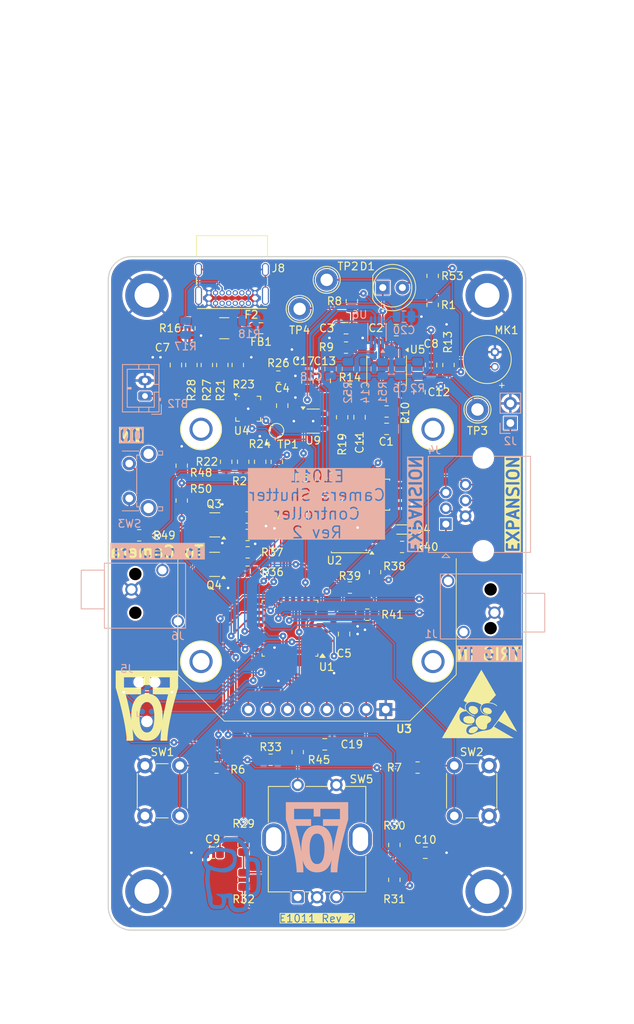
<source format=kicad_pcb>
(kicad_pcb (version 20241229) (generator "pcbnew") (generator_version "9.0")
  (layers (0 "F.Cu" signal) (2 "B.Cu" signal) (13 "F.Paste" user) (15 "B.Paste" user) (5 "F.SilkS" user "F.Silkscreen") (7 "B.SilkS" user "B.Silkscreen") (1 "F.Mask" user) (3 "B.Mask" user) (25 "Edge.Cuts" user))
  (net 0 "")
  (net 1 "GND")
  (net 2 "Net-(BT2-+)")
  (net 3 "Net-(U5B-+)")
  (net 4 "Net-(D1-A)")
  (net 5 "/AUDIO_DEC")
  (net 6 "Net-(D1-K)")
  (net 7 "/LIGHT_DEC")
  (net 8 "/BT2")
  (net 9 "Net-(U5A-+)")
  (net 10 "/BATT-OUT")
  (net 11 "/PROG_RST")
  (net 12 "+3.3V")
  (net 13 "Net-(C6-Pad1)")
  (net 14 "Net-(MK1-+)")
  (net 15 "/ROT_A")
  (net 16 "/ROT_B")
  (net 17 "Net-(U5B--)")
  (net 18 "Net-(C14-Pad1)")
  (net 19 "/BT1")
  (net 20 "Net-(C18-Pad1)")
  (net 21 "/ROT_S")
  (net 22 "Net-(J8-CC1)")
  (net 23 "Net-(J8-CC2)")
  (net 24 "/TRG_{OUT}_{1}")
  (net 25 "/EXT_TRIG_{IN}")
  (net 26 "Net-(F2-Pad1)")
  (net 27 "Net-(F2-Pad2)")
  (net 28 "/VBUS")
  (net 30 "Net-(R49-Pad2)")
  (net 32 "/PROG_SWCLK")
  (net 33 "/PROG_SWDIO")
  (net 34 "/CAM_TRG_{OUT}")
  (net 35 "/CAM_FOC_{OUT}")
  (net 36 "Net-(J8-SHIELD)")
  (net 41 "Net-(U4-EN1)")
  (net 42 "Net-(U4-EN2)")
  (net 43 "Net-(R43-Pad1)")
  (net 44 "Net-(Q3-G)")
  (net 45 "Net-(Q4-G)")
  (net 47 "/TRIG_{1}")
  (net 49 "Net-(U4-TD)")
  (net 50 "Net-(U4-~{CE})")
  (net 51 "Net-(U4-TMR)")
  (net 53 "Net-(U4-ILIM)")
  (net 54 "Net-(U4-ISET)")
  (net 55 "Net-(U4-TS)")
  (net 56 "Net-(R29-Pad2)")
  (net 57 "Net-(R30-Pad2)")
  (net 58 "Net-(R33-Pad2)")
  (net 59 "/CAM_TRG")
  (net 60 "/CAM_FOC")
  (net 61 "Net-(R38-Pad2)")
  (net 62 "/EXT_TRIG_IN")
  (net 63 "/3V3_EN")
  (net 64 "/3V3_EN_MCU")
  (net 65 "/LCD_CS")
  (net 66 "/LCD_BLK")
  (net 67 "/LCD_RES")
  (net 68 "/MOSI")
  (net 69 "/LCD_DC")
  (net 70 "/CLK")
  (net 71 "/~{PGOOD}")
  (net 72 "/~{CHR}")
  (net 73 "/TIA_SEL1")
  (net 74 "/TIA_SEL2")
  (net 75 "/EXT_UART_RX")
  (net 77 "/EXT_UART_TX")
  (footprint "Package_TO_SOT_SMD:SOT-23" (layer "F.Cu") (at 56.75 76.75 180)
    (property "Reference" "Q4")
    (property "Value" "MMBF170")
  )
  (footprint "Resistor_SMD:R_0805_2012Metric" (layer "F.Cu") (at 80 117.5 90)
    (property "Reference" "R31")
    (property "Value" "10k")
  )
  (footprint "Resistor_SMD:R_0805_2012Metric" (layer "F.Cu") (at 61.025 77.7 180)
    (property "Reference" "R36")
    (property "Value" "1k")
  )
  (footprint "Button_Switch_THT:SW_PUSH_6mm" (layer "F.Cu") (at 52.25 102.75 -90)
    (property "Reference" "SW1")
    (property "Value" "SW_Push")
  )
  (footprint "Resistor_SMD:R_0805_2012Metric" (layer "F.Cu") (at 53.5 46.25 -90)
    (property "Reference" "R16")
    (property "Value" "0")
  )
  (footprint "Diode_SMD:D_SOD-523" (layer "F.Cu") (at 81 72.25 180)
    (property "Reference" "D4")
    (property "Value" "ESD5Zxx")
  )
  (footprint "Resistor_SMD:R_0805_2012Metric" (layer "F.Cu") (at 71 67.75 -90)
    (property "Reference" "R43")
    (property "Value" "10k")
  )
  (footprint "Capacitor_SMD:C_0805_2012Metric" (layer "F.Cu") (at 79 59.25)
    (property "Reference" "C1")
    (property "Value" "10pF")
  )
  (footprint "ProjectLibrary:new_707_logo_10x11" (layer "F.Cu") (at 48 95)
    (property "Reference" "G***" (hide yes))
    (property "Value" "LOGO" (hide yes))
  )
  (footprint "Package_QFP:LQFP-32_7x7mm_P0.8mm" (layer "F.Cu") (at 66.5 85 180)
    (property "Reference" "U1")
    (property "Value" "STM32G071K8Tx")
  )
  (footprint "Resistor_SMD:R_0805_2012Metric" (layer "F.Cu") (at 59.75 51 90)
    (property "Reference" "R23")
    (property "Value" "x")
  )
  (footprint "Capacitor_SMD:C_0805_2012Metric" (layer "F.Cu") (at 84 114)
    (property "Reference" "C10")
    (property "Value" "10nF")
  )
  (footprint "Resistor_SMD:R_0805_2012Metric" (layer "F.Cu") (at 60.5 113 -90)
    (property "Reference" "R29")
    (property "Value" "1k")
  )
  (footprint "LED_THT:LED_D5.0mm" (layer "F.Cu") (at 78.5 41)
    (property "Reference" "D1")
    (property "Value" "D_Photo")
  )
  (footprint "Resistor_SMD:R_0805_2012Metric" (layer "F.Cu") (at 83 103)
    (property "Reference" "R7")
    (property "Value" "10k")
  )
  (footprint "Capacitor_SMD:C_0805_2012Metric" (layer "F.Cu") (at 71 100)
    (property "Reference" "C19")
    (property "Value" "10nF")
  )
  (footprint "Resistor_SMD:R_0805_2012Metric" (layer "F.Cu") (at 87 51 -90)
    (property "Reference" "R13")
    (property "Value" "2.2k")
  )
  (footprint "ProjectLibrary:1.28IN LCD" (layer "F.Cu") (at 78.89 95.5 180)
    (property "Reference" "U3")
    (property "Value" "ER-TFTM1.28-1")
  )
  (footprint "Resistor_SMD:R_0805_2012Metric" (layer "F.Cu") (at 60.5 117.5 90)
    (property "Reference" "R32")
    (property "Value" "10k")
  )
  (footprint "MountingHole:MountingHole_3.2mm_M3_DIN965_Pad" (layer "F.Cu") (at 48 42)
    (property "Reference" "H2" (hide yes))
    (property "Value" "MountingHole_Pad")
  )
  (footprint "Resistor_SMD:R_0805_2012Metric" (layer "F.Cu") (at 62.65 63.5 -90)
    (property "Reference" "R24")
    (property "Value" "0")
  )
  (footprint "MountingHole:MountingHole_3.2mm_M3_DIN965_Pad" (layer "F.Cu") (at 92 42)
    (property "Reference" "H3" (hide yes))
    (property "Value" "MountingHole_Pad")
  )
  (footprint "Resistor_SMD:R_0805_2012Metric" (layer "F.Cu") (at 47 73 180)
    (property "Reference" "R49")
    (property "Value" "1k")
  )
  (footprint "Resistor_SMD:R_0805_2012Metric" (layer "F.Cu") (at 73.25 57.75 90)
    (property "Reference" "R19")
    (property "Value" "10k")
  )
  (footprint "Resistor_SMD:R_0805_2012Metric" (layer "F.Cu") (at 73.75 48.75)
    (property "Reference" "R9")
    (property "Value" "10k")
  )
  (footprint "TestPoint:TestPoint_Keystone_5005-5009_Compact" (layer "F.Cu") (at 90.75 56.75)
    (property "Reference" "TP3")
    (property "Value" "TestPoint")
  )
  (footprint "Resistor_SMD:R_0805_2012Metric" (layer "F.Cu") (at 81 74.5)
    (property "Reference" "R40")
    (property "Value" "100")
  )
  (footprint "Package_SO:SOIC-8_3.9x4.9mm_P1.27mm" (layer "F.Cu") (at 79 51.75 -90)
    (property "Reference" "U5")
    (property "Value" "OPA2607")
  )
  (footprint "Rotary_Encoder:RotaryEncoder_Bourns_Vertical_PEC12R-3x17F-Sxxxx" (layer "F.Cu") (at 67.5 119.75 90)
    (property "Reference" "SW5")
    (property "Value" "RotaryEncoder_Switch")
  )
  (footprint "TestPoint:TestPoint_Keystone_5005-5009_Compact" (layer "F.Cu") (at 71.25 40)
    (property "Reference" "TP2")
    (property "Value" "TestPoint")
  )
  (footprint "Resistor_SMD:R_0805_2012Metric" (layer "F.Cu") (at 58.25 63.5 -90)
    (property "Reference" "R22")
    (property "Value" "0")
  )
  (footprint "Capacitor_SMD:C_0805_2012Metric" (layer "F.Cu") (at 56.5 114 180)
    (property "Reference" "C9")
    (property "Value" "10nF")
  )
  (footprint "Resistor_SMD:R_0805_2012Metric" (layer "F.Cu") (at 74.25 79.75 180)
    (property "Reference" "R39")
    (property "Value" "1k")
  )
  (footprint "Capacitor_SMD:C_0805_2012Metric" (layer "F.Cu") (at 84.75 51 -90)
    (property "Reference" "C8")
    (property "Value" "4.7uF")
  )
  (footprint "Fuse:Fuse_0805_2012Metric" (layer "F.Cu") (at 62.75 46.25)
    (property "Reference" "FB1")
    (property "Value" "FerriteBead")
  )
  (footprint "MountingHole:MountingHole_3.2mm_M3_DIN965_Pad" (layer "F.Cu") (at 92 119)
    (property "Reference" "H1" (hide yes))
    (property "Value" "MountingHole_Pad")
  )
  (footprint "Capacitor_SMD:C_0805_2012Metric" (layer "F.Cu") (at 73.5 85.75 90)
    (property "Reference" "C5")
    (property "Value" "0.1uF")
  )
  (footprint "Button_Switch_THT:SW_PUSH_6mm" (layer "F.Cu") (at 87.75 109.25 90)
    (property "Reference" "SW2")
    (property "Value" "SW_Push")
  )
  (footprint "Resistor_SMD:R_0805_2012Metric" (layer "F.Cu") (at 67.5 101 90)
    (property "Reference" "R45")
    (property "Value" "1k")
  )
  (footprint "Capacitor_SMD:C_0805_2012Metric" (layer "F.Cu") (at 68.75 53.1 90)
    (property "Reference" "C17")
    (property "Value" "0.1uF")
  )
  (footprint "Resistor_SMD:R_0805_2012Metric" (layer "F.Cu") (at 53.75 51 90)
    (property "Reference" "R28")
    (property "Value" "10k")
  )
  (footprint "Capacitor_SMD:C_0805_2012Metric" (layer "F.Cu") (at 73.75 46.25)
    (property "Reference" "C3")
    (property "Value" "0.1uF")
  )
  (footprint "Resistor_SMD:R_0805_2012Metric" (layer "F.Cu") (at 76.5 83.25 180)
    (property "Reference" "R41")
    (property "Value" "10k")
  )
  (footprint "Package_TO_SOT_SMD:SOT-23" (layer "F.Cu") (at 56.775 71.65 180)
    (property "Reference" "Q3")
    (property "Value" "MMBF170")
  )
  (footprint "Capacitor_SMD:C_0805_2012Metric" (layer "F.Cu") (at 65.5 56.25 90)
    (property "Reference" "C4")
    (property "Value" "10uF")
  )
  (footprint "Resistor_SMD:R_0805_2012Metric" (layer "F.Cu") (at 65 52.5)
    (property "Reference" "R26")
    (property "Value" "1.3k")
  )
  (footprint "Resistor_SMD:R_0805_2012Metric" (layer "F.Cu") (at 64.8 63.5125 -90)
    (property "Reference" "R42")
    (property "Value" "1k")
  )
  (footprint "Resistor_SMD:R_0805_2012Metric" (layer "F.Cu") (at 52.5 68.5 90)
    (property "Reference" "R50")
    (property "Value" "1k")
  )
  (footprint "Resistor_SMD:R_0805_2012Metric" (layer "F.Cu") (at 68.75 67.75 90)
    (property "Reference" "R5")
    (property "Value" "1k")
  )
  (footprint "Resistor_SMD:R_0805_2012Metric" (layer "F.Cu") (at 52.5 64 90)
    (property "Reference" "R48")
    (property "Value" "10k")
  )
  (footprint "Resistor_SMD:R_0805_2012Metric" (layer "F.Cu") (at 61.025 75.2 180)
    (property "Reference" "R37")
    (property "Value" "10k")
  )
  (footprint "TestPoint:TestPoint_Keystone_5005-5009_Compact" (layer "F.Cu") (at 67.75 43.75)
    (property "Reference" "TP4")
    (property "Value" "TestPoint")
  )
  (footprint "Resistor_SMD:R_0805_2012Metric" (layer "F.Cu") (at 80 113 -90)
    (property "Reference" "R30")
    (property "Value" "1k")
  )
  (footprint "Resistor_SMD:R_0805_2012Metric" (layer "F.Cu") (at 74.25 54.25)
    (property "Reference" "R14")
    (property "Value" "10k")
  )
  (footprint "Resistor_SMD:R_0805_2012Metric" (layer "F.Cu") (at 61.025 72.95 180)
    (property "Reference" "R35")
    (property "Value" "10k")
  )
  (footprint "Fuse:Fuse_1210_3225Metric_Pad1.42x2.65mm_HandSolder" (layer "F.Cu") (at 58 46.25)
    (property "Reference" "F2")
    (property "Value" "Polyfuse")
  )
  (footprint "Resistor_SMD:R_0805_2012Metric" (layer "F.Cu") (at 84.95 39.4875 90)
    (property "Reference" "R53")
    (property "Value" "0")
  )
  (footprint "Capacitor_SMD:C_0805_2012Metric" (layer "F.Cu") (at 80.25 46.5)
    (property "Reference" "C2")
    (property "Value" "1pF")
  )
  (footprint "Capacitor_SMD:C_0805_2012Metric" (layer "F.Cu") (at 71 53.05 90)
    (property "Reference" "C13")
    (property "Value" "10uF")
  )
  (footprint "Resistor_SMD:R_0805_2012Metric" (layer "F.Cu") (at 84.95 43.2375 90)
    (property "Reference" "R1")
    (property "Value" "0")
  )
  (footprint "Package_SO:SO-4_4.4x3.6mm_P2.54mm" (layer "F.Cu") (at 77 67.75)
    (property "Reference" "U8")
    (property "Value" "LTV-356T")
  )
  (footprint "Capacitor_SMD:C_0805_2012Metric" (layer "F.Cu") (at 51.75 51 90)
    (property "Reference" "C7")
    (property "Value" "1uF")
  )
  (footprint "MountingHole:MountingHole_3.2mm_M3_DIN965_Pad" (layer "F.Cu") (at 48 119)
    (property "Reference" "H4" (hide yes))
    (property "Value" "MountingHole_Pad")
  )
  (footprint "Resistor_SMD:R_0805_2012Metric" (layer "F.Cu") (at 77.5 77.75 90)
    (property "Reference" "R38")
    (property "Value" "1k")
  )
  (footprint "Capacitor_SMD:C_0805_2012Metric" (layer "F.Cu") (at 83.25 54.5 90)
    (property "Reference" "C12")
    (property "Value" "0.1uF")
  )
  (footprint "Resistor_SMD:R_0805_2012Metric" (layer "F.Cu") (at 57 103 180)
    (property "Reference" "R6")
    (property "Value" "10k")
  )
  (footprint "Resistor_SMD:R_0805_2012Metric" (layer "F.Cu") (at 64 102)
    (property "Reference" "R33")
    (property "Value" "10k")
  )
  (footprint "Resistor_SMD:R_0805_2012Metric" (layer "F.Cu") (at 60.45 63.5 -90)
    (property "Reference" "R25")
    (property "Value" "1k")
  )
  (footprint "Resistor_SMD:R_0805_2012Metric" (layer "F.Cu") (at 57.75 51 90)
    (property "Reference" "R21")
    (property "Value" "0")
  )
  (footprint "Package_TO_SOT_SMD:SOT-23-5" (layer "F.Cu") (at 69.5 58.25)
    (property "Reference" "U9")
    (property "Value" "TLV75733PDBV")
  )
  (footprint "Connector_USB:USB_C_Receptacle_GCT_USB4085" (layer "F.Cu") (at 61.975 43.025 180)
    (property "Reference" "J8")
    (property "Value" "USB_C_Receptacle_USB2.0_14P")
  )
  (footprint "Capacitor_SMD:C_0805_2012Metric" (layer "F.Cu") (at 75.5 57.75 90)
    (property "Reference" "C11")
    (property "Value" "0.1uF")
  )
  (footprint "Resistor_SMD:R_0805_2012Metric" (layer "F.Cu") (at 55.75 51 90)
    (property "Reference" "R27")
    (property "Value" "1k")
  )
  (footprint "Resistor_SMD:R_0805_2012Metric" (layer "F.Cu") (at 61.025 70.7 180)
    (property "Reference" "R34")
    (property "Value" "1k")
  )
  (footprint "TestPoint:TestPoint_Pad_D1.5mm" (layer "F.Cu") (at 64.75 59.5)
    (property "Reference" "TP1")
    (property "Value" "TestPoint")
  )
  (footprint "Package_SO:SO-4_4.4x3.6mm_P2.54mm" (layer "F.Cu") (at 74.25 73.25 180)
    (property "Reference" "U2")
    (property "Value" "LTV-356T")
  )
  (footprint "Resistor_SMD:R_0805_2012Metric" (layer "F.Cu") (at 74.5 42.75 -90)
    (property "Reference" "R8")
    (property "Value" "100k")
  )
  (footprint "Resistor_SMD:R_0805_2012Metric" (layer "F.Cu") (at 79 57 180)
    (property "Reference" "R10")
    (property "Value" "200k")
  )
  (footprint "Sensor_Audio:POM-2244P-C3310-2-R" (layer "F.Cu") (at 93 49.3325 -90)
    (property "Reference" "MK1")
    (property "Value" "Microphone")
  )
  (footprint "Package_DFN_QFN:VQFN-16-1EP_3x3mm_P0.5mm_EP1.6x1.6mm" (layer "F.Cu") (at 61.1 56.65)
    (property "Reference" "U4")
    (property "Value" "BQ24072RGT")
  )
  (footprint "Connector_RJ:RJ25_Wayconn_MJEA-660X1_Horizontal" (layer "B.Cu") (at 86.66 71.55 -90)
    (property "Reference" "J4")
    (property "Value" "RJ12")
  )
  (footprint "Resistor_SMD:R_0805_2012Metric" (layer "B.Cu") (at 61.25 45.25)
    (property "Reference" "R18")
    (property "Value" "5.1k")
  )
  (footprint "Resistor_SMD:R_0805_2012Metric" (layer "B.Cu") (at 74 51.5 -90)
    (property "Reference" "R52")
    (property "Value" "1M")
  )
  (footprint "ProjectLibrary:MJ1-2503A" (layer "B.Cu") (at 96.45 82.99 -90)
    (property "Reference" "J1")
    (property "Value" "External Trig")
  )
  (footprint "Resistor_SMD:R_0805_2012Metric" (layer "B.Cu") (at 83 51.5 -90)
    (property "Reference" "R2")
    (property "Value" "100k")
  )
  (footprint "Capacitor_SMD:C_0805_2012Metric" (layer "B.Cu") (at 80.75 51.5 -90)
    (property "Reference" "C6")
    (property "Value" "1pF")
  )
  (footprint "LOGO" (layer "B.Cu") (at 59 117 180)
    (property "Reference" "G***" (hide yes))
    (property "Value" "LOGO" (hide yes))
  )
  (footprint "Button_Switch_THT:SW_Tactile_SPST_Angled_PTS645Vx58-2LFS" (layer "B.Cu") (at 45.7125 63.725 -90)
    (property "Reference" "SW3")
    (property "Value" "SW_Push")
  )
  (footprint "Capacitor_SMD:C_0805_2012Metric" (layer "B.Cu") (at 71.75 51.5 -90)
    (property "Reference" "C18")
    (property "Value" "1pF")
  )
  (footprint "ProjectLibrary:new_707_logo_10x11" (layer "B.Cu") (at 70 112 180)
    (property "Reference" "G***" (hide yes))
    (property "Value" "LOGO" (hide yes))
  )
  (footprint "ProjectLibrary:MJ1-2503A" (layer "B.Cu") (at 42.5 80 90)
    (property "Reference" "J6")
    (property "Value" "Camera TRS")
  )
  (footprint "Connector:Tag-Connect_TC2030-IDC-NL_2x03_P1.27mm_Vertical" (layer "B.Cu") (at 48 94.5 90)
    (property "Reference" "J5")
    (property "Value" "Programming Header")
  )
  (footprint "Connector_JST:JST_PH_B2B-PH-K_1x02_P2.00mm_Vertical" (layer "B.Cu") (at 47.75 55 90)
    (property "Reference" "BT2")
    (property "Value" "Battery")
  )
  (footprint "Package_SO:VSSOP-8_2.3x2mm_P0.5mm" (layer "B.Cu") (at 77.75 46.75 90)
    (property "Reference" "U6")
    (property "Value" "TS5A3357")
  )
  (footprint "Connector_PinHeader_2.54mm:PinHeader_1x02_P2.54mm_Vertical" (layer "B.Cu") (at 95 58.5)
    (property "Reference" "J2")
    (property "Value" "Conn_01x02_Socket")
  )
  (footprint "Capacitor_SMD:C_0805_2012Metric" (layer "B.Cu") (at 76.25 51.5 -90)
    (property "Reference" "C14")
    (property "Value" "1pF")
  )
  (footprint "Resistor_SMD:R_0805_2012Metric" (layer "B.Cu") (at 53 46.2 -90)
    (property "Reference" "R17")
    (property "Value" "5.1k")
  )
  (footprint "Capacitor_SMD:C_0805_2012Metric" (layer "B.Cu") (at 81.25 44.75 180)
    (property "Reference" "C20")
    (property "Value" "0.1uF")
  )
  (footprint "Resistor_SMD:R_0805_2012Metric" (layer "B.Cu") (at 78.5 51.5 -90)
    (property "Reference" "R51")
    (property "Value" "500k")
  )
  (gr_poly (pts (xy 91.860301 95.256605) (xy 91.9057 95.25967) (xy 91.954269 95.264924) (xy 92.00619 95.272354) (xy 92.06164 95.281949) (xy 92.1208 95.293698) (xy 92.183849 95.307589) (xy 92.197932 95.311171) (xy 92.213488 95.315733) (xy 92.230001 95.321087) (xy 92.246961 95.327046) (xy 92.263852 95.333424) (xy 92.280162 95.340034) (xy 92.295378 95.346687) (xy 92.308986 95.353198) (xy 92.330382 95.364911) (xy 92.351917 95.37846) (xy 92.37345 95.393685) (xy 92.394844 95.410431) (xy 92.415958 95.428537) (xy 92.436654 95.447846) (xy 92.456791 95.4682) (xy 92.476231 95.48944) (xy 92.494835 95.511408) (xy 92.512463 95.533946) (xy 92.528975 95.556897) (xy 92.544233 95.5801) (xy 92.558098 95.6034) (xy 92.570429 95.626636) (xy 92.581088 95.649652) (xy 92.589936 95.672289) (xy 92.594205 95.685572) (xy 92.597708 95.698997) (xy 92.600457 95.712542) (xy 92.602463 95.726183) (xy 92.603739 95.739895) (xy 92.604295 95.753656) (xy 92.604144 95.767442) (xy 92.603296 95.78123) (xy 92.601763 95.794996) (xy 92.599557 95.808717) (xy 92.596688 95.822369) (xy 92.59317 95.835928) (xy 92.589013 95.849371) (xy 92.584229 95.862676) (xy 92.578829 95.875817) (xy 92.572824 95.888772) (xy 92.566227 95.901517) (xy 92.559049 95.914028) (xy 92.551301 95.926283) (xy 92.542995 95.938258) (xy 92.534143 95.949928) (xy 92.524755 95.961271) (xy 92.514844 95.972264) (xy 92.504421 95.982882) (xy 92.493497 95.993102) (xy 92.482085 96.002901) (xy 92.470194 96.012255) (xy 92.457838 96.021141) (xy 92.445028 96.029534) (xy 92.431774 96.037413) (xy 92.418089 96.044753) (xy 92.403985 96.05153) (xy 92.393841 96.056054) (xy 92.384368 96.06009) (xy 92.375375 96.063668) (xy 92.366671 96.066822) (xy 92.358067 96.069582) (xy 92.349372 96.07198) (xy 92.340395 96.074049) (xy 92.330947 96.075821) (xy 92.320836 96.077326) (xy 92.309873 96.078598) (xy 92.297866 96.079668) (xy 92.284627 96.080568) (xy 92.269964 96.08133) (xy 92.253686 96.081986) (xy 92.215528 96.083106) (xy 92.178312 96.083832) (xy 92.146977 96.083877) (xy 92.120037 96.083095) (xy 92.107751 96.082348) (xy 92.096007 96.081338) (xy 92.084618 96.080047) (xy 92.073399 96.078457) (xy 92.062164 96.07655) (xy 92.050728 96.074306) (xy 92.026507 96.068735) (xy 91.999251 96.061598) (xy 91.934846 96.04275) (xy 91.874469 96.022373) (xy 91.818121 96.00047) (xy 91.765803 95.977041) (xy 91.717517 95.952087) (xy 91.673262 95.925608) (xy 91.63304 95.897605) (xy 91.596852 95.86808) (xy 91.564698 95.837032) (xy 91.53658 95.804463) (xy 91.512498 95.770373) (xy 91.492453 95.734763) (xy 91.483944 95.716389) (xy 91.476446 95.697635) (xy 91.469957 95.678501) (xy 91.464478 95.658988) (xy 91.456549 95.618823) (xy 91.452661 95.577141) (xy 91.452149 95.558177) (xy 91.452338 95.540112) (xy 91.45325 95.522887) (xy 91.454909 95.506444) (xy 91.457337 95.490724) (xy 91.460557 95.475669) (xy 91.464592 95.461221) (xy 91.469463 95.447321) (xy 91.475195 95.43391) (xy 91.481809 95.42093) (xy 91.489328 95.408323) (xy 91.497775 95.396029) (xy 91.507173 95.383992) (xy 91.517545 95.372151) (xy 91.528912 95.360449) (xy 91.541298 95.348828) (xy 91.55291 95.338815) (xy 91.564844 95.329379) (xy 91.577123 95.320519) (xy 91.589769 95.312234) (xy 91.602804 95.304521) (xy 91.616251 95.29738) (xy 91.630132 95.290809) (xy 91.64447 95.284806) (xy 91.659287 95.279371) (xy 91.674605 95.274502) (xy 91.690447 95.270196) (xy 91.706836 95.266454) (xy 91.723793 95.263273) (xy 91.741342 95.260652) (xy 91.759503 95.258589) (xy 91.778301 95.257084) (xy 91.817895 95.255739)) (stroke (width -0.000001)) (fill yes) (layer "F.SilkS"))
  (gr_poly (pts (xy 90.077376 95.040091) (xy 90.106763 95.041137) (xy 90.136412 95.042923) (xy 90.166004 95.045434) (xy 90.195218 95.048655) (xy 90.223731 95.052569) (xy 90.251223 95.057162) (xy 90.277373 95.062419) (xy 90.301859 95.068323) (xy 90.324361 95.074859) (xy 90.36805 95.089854) (xy 90.410087 95.106336) (xy 90.450422 95.124265) (xy 90.489005 95.143599) (xy 90.525786 95.164295) (xy 90.560717 95.186314) (xy 90.593747 95.209612) (xy 90.624826 95.23415) (xy 90.653906 95.259884) (xy 90.680936 95.286775) (xy 90.705866 95.31478) (xy 90.728648 95.343857) (xy 90.749231 95.373966) (xy 90.767566 95.405065) (xy 90.783603 95.437112) (xy 90.797293 95.470066) (xy 90.80266 95.485679) (xy 90.807485 95.502312) (xy 90.811761 95.519822) (xy 90.815479 95.538064) (xy 90.818631 95.556896) (xy 90.821209 95.576174) (xy 90.823206 95.595754) (xy 90.824612 95.615493) (xy 90.825421 95.635248) (xy 90.825623 95.654875) (xy 90.825211 95.674229) (xy 90.824178 95.693169) (xy 90.822514 95.71155) (xy 90.820211 95.729229) (xy 90.817263 95.746063) (xy 90.81366 95.761907) (xy 90.807265 95.783916) (xy 90.799485 95.805638) (xy 90.790355 95.827029) (xy 90.779913 95.848045) (xy 90.768197 95.868643) (xy 90.755242 95.888778) (xy 90.741087 95.908408) (xy 90.725768 95.927488) (xy 90.709322 95.945974) (xy 90.691786 95.963823) (xy 90.673197 95.980992) (xy 90.653592 95.997435) (xy 90.633008 96.01311) (xy 90.611482 96.027973) (xy 90.589051 96.04198) (xy 90.565752 96.055088) (xy 90.544305 96.065991) (xy 90.522904 96.075811) (xy 90.501542 96.08455) (xy 90.48021 96.092207) (xy 90.458902 96.098784) (xy 90.437609 96.104282) (xy 90.416324 96.108702) (xy 90.395037 96.112045) (xy 90.373742 96.114312) (xy 90.35243 96.115505) (xy 90.331094 96.115623) (xy 90.309725 96.114669) (xy 90.288316 96.112643) (xy 90.266859 96.109547) (xy 90.245345 96.105381) (xy 90.223767 96.100146) (xy 90.201596 96.093687) (xy 90.179006 96.086035) (xy 90.156009 96.077199) (xy 90.132618 96.067185) (xy 90.108845 96.056001) (xy 90.084702 96.043655) (xy 90.060202 96.030154) (xy 90.035357 96.015506) (xy 90.01018 95.999719) (xy 89.984683 95.982799) (xy 89.958879 95.964756) (xy 89.932781 95.945595) (xy 89.906399 95.925326) (xy 89.879748 95.903955) (xy 89.852839 95.881489) (xy 89.825686 95.857938) (xy 89.790478 95.824705) (xy 89.758363 95.79003) (xy 89.729388 95.754088) (xy 89.703601 95.717057) (xy 89.681049 95.679111) (xy 89.661781 95.640425) (xy 89.645844 95.601175) (xy 89.63914 95.581394) (xy 89.633287 95.561538) (xy 89.628291 95.541628) (xy 89.624157 95.521687) (xy 89.620893 95.501737) (xy 89.618503 95.4818) (xy 89.616994 95.461897) (xy 89.616371 95.442051) (xy 89.616642 95.422284) (xy 89.617811 95.402616) (xy 89.619885 95.383072) (xy 89.62287 95.363671) (xy 89.626771 95.344437) (xy 89.631595 95.325392) (xy 89.637348 95.306556) (xy 89.644035 95.287953) (xy 89.651663 95.269603) (xy 89.660238 95.25153) (xy 89.6703 95.232602) (xy 89.680866 95.214721) (xy 89.691979 95.197851) (xy 89.703682 95.181959) (xy 89.71602 95.167009) (xy 89.729036 95.152966) (xy 89.742772 95.139796) (xy 89.757273 95.127464) (xy 89.772583 95.115935) (xy 89.788743 95.105174) (xy 89.805799 95.095146) (xy 89.823794 95.085817) (xy 89.842771 95.077151) (xy 89.862773 95.069115) (xy 89.883844 95.061673) (xy 89.906028 95.05479) (xy 89.924577 95.050223) (xy 89.945638 95.046504) (xy 89.968889 95.043618) (xy 89.99401 95.041549) (xy 90.020679 95.040282) (xy 90.048575 95.039801)) (stroke (width -0.000001)) (fill yes) (layer "F.SilkS"))
  (gr_poly (pts (xy 90.475251 97.698133) (xy 90.495673 97.699409) (xy 90.515172 97.701114) (xy 90.5338 97.703268) (xy 90.551612 97.705887) (xy 90.568662 97.70899) (xy 90.585004 97.712596) (xy 90.600691 97.716721) (xy 90.615778 97.721385) (xy 90.630318 97.726604) (xy 90.644365 97.732397) (xy 90.657974 97.738782) (xy 90.671197 97.745776) (xy 90.684089 97.753399) (xy 90.696704 97.761667) (xy 90.709096 97.770599) (xy 90.721318 97.780213) (xy 90.733024 97.790246) (xy 90.743786 97.800407) (xy 90.753624 97.810739) (xy 90.762555 97.821287) (xy 90.770597 97.832094) (xy 90.774291 97.837608) (xy 90.77777 97.843203) (xy 90.781036 97.848885) (xy 90.784091 97.854658) (xy 90.786938 97.860529) (xy 90.789579 97.866503) (xy 90.792016 97.872585) (xy 90.794252 97.878781) (xy 90.796289 97.885096) (xy 90.798129 97.891535) (xy 90.801227 97.90481) (xy 90.803566 97.918648) (xy 90.805163 97.933094) (xy 90.806037 97.948191) (xy 90.806206 97.963982) (xy 90.805689 97.980512) (xy 90.804315 97.998722) (xy 90.802033 98.016724) (xy 90.798833 98.034543) (xy 90.794701 98.052205) (xy 90.789624 98.069734) (xy 90.783591 98.087158) (xy 90.776588 98.104501) (xy 90.768603 98.121788) (xy 90.759623 98.139046) (xy 90.749636 98.1563) (xy 90.73863 98.173576) (xy 90.726591 98.190898) (xy 90.713508 98.208293) (xy 90.699367 98.225787) (xy 90.684157 98.243404) (xy 90.667864 98.26117) (xy 90.644981 98.284853) (xy 90.622068 98.307408) (xy 90.599077 98.328867) (xy 90.575965 98.349258) (xy 90.552686 98.368612) (xy 90.529194 98.386958) (xy 90.505446 98.404326) (xy 90.481396 98.420746) (xy 90.456998 98.436246) (xy 90.432208 98.450858) (xy 90.406981 98.464611) (xy 90.381271 98.477534) (xy 90.355034 98.489657) (xy 90.328223 98.50101) (xy 90.300795 98.511623) (xy 90.272704 98.521524) (xy 90.244047 98.530869) (xy 90.23112 98.534801) (xy 90.218851 98.538282) (xy 90.207034 98.541345) (xy 90.195461 98.544022) (xy 90.183927 98.546345) (xy 90.172225 98.548346) (xy 90.160147 98.550059) (xy 90.147487 98.551514) (xy 90.134038 98.552745) (xy 90.119594 98.553783) (xy 90.086892 98.555411) (xy 90.047726 98.556658) (xy 90.016033 98.557247) (xy 89.986259 98.55728) (xy 89.95841 98.556756) (xy 89.932492 98.555676) (xy 89.908511 98.55404) (xy 89.886474 98.551849) (xy 89.866386 98.549102) (xy 89.848253 98.545801) (xy 89.82351 98.54004) (xy 89.800308 98.533384) (xy 89.778606 98.525795) (xy 89.758367 98.517237) (xy 89.739552 98.507673) (xy 89.722122 98.497068) (xy 89.713915 98.491363) (xy 89.706039 98.485384) (xy 89.69849 98.479125) (xy 89.691264 98.472584) (xy 89.684355 98.465755) (xy 89.677758 98.458633) (xy 89.671469 98.451214) (xy 89.665483 98.443493) (xy 89.659795 98.435467) (xy 89.6544 98.427129) (xy 89.64447 98.409503) (xy 89.635655 98.39058) (xy 89.627916 98.370321) (xy 89.621215 98.348692) (xy 89.615513 98.325655) (xy 89.613763 98.315534) (xy 89.612803 98.304792) (xy 89.61261 98.293473) (xy 89.613161 98.28162) (xy 89.616405 98.256479) (xy 89.622354 98.22971) (xy 89.630828 98.201653) (xy 89.641644 98.172647) (xy 89.654624 98.143035) (xy 89.669585 98.113155) (xy 89.686347 98.083349) (xy 89.704729 98.053956) (xy 89.72455 98.025316) (xy 89.74563 97.997771) (xy 89.767786 97.97166) (xy 89.79084 97.947324) (xy 89.814609 97.925102) (xy 89.838912 97.905336) (xy 89.873944 97.880221) (xy 89.910308 97.8565) (xy 89.947855 97.834222) (xy 89.986433 97.813436) (xy 90.025894 97.794189) (xy 90.066087 97.776533) (xy 90.106862 97.760514) (xy 90.148068 97.746183) (xy 90.189556 97.733588) (xy 90.231176 97.722777) (xy 90.272777 97.7138) (xy 90.31421 97.706706) (xy 90.355323 97.701544) (xy 90.395968 97.698361) (xy 90.435994 97.697208)) (stroke (width -0.000001)) (fill yes) (layer "F.SilkS"))
  (gr_poly (pts (xy 89.659373 96.339233) (xy 89.710393 96.341451) (xy 89.760162 96.345195) (xy 89.80824 96.350467) (xy 89.854186 96.357265) (xy 89.89756 96.365592) (xy 89.937923 96.375447) (xy 89.974833 96.386832) (xy 90.005579 96.398188) (xy 90.03565 96.410672) (xy 90.064953 96.424214) (xy 90.093397 96.438743) (xy 90.12089 96.454188) (xy 90.147341 96.470478) (xy 90.172657 96.487543) (xy 90.196748 96.505312) (xy 90.219521 96.523714) (xy 90.240884 96.542678) (xy 90.260747 96.562134) (xy 90.279018 96.582011) (xy 90.295604 96.602238) (xy 90.310415 96.622744) (xy 90.323358 96.643459) (xy 90.334342 96.664312) (xy 90.344509 96.687352) (xy 90.353415 96.711149) (xy 90.361055 96.735589) (xy 90.367428 96.760557) (xy 90.372529 96.785941) (xy 90.376358 96.811627) (xy 90.378911 96.837501) (xy 90.380184 96.863451) (xy 90.380176 96.889361) (xy 90.378884 96.915119) (xy 90.376304 96.940611) (xy 90.372434 96.965723) (xy 90.367272 96.990342) (xy 90.360814 97.014355) (xy 90.353058 97.037647) (xy 90.344 97.060106) (xy 90.335483 97.078053) (xy 90.326038 97.095405) (xy 90.315673 97.112159) (xy 90.304398 97.128311) (xy 90.292221 97.143857) (xy 90.279151 97.158795) (xy 90.265198 97.17312) (xy 90.25037 97.18683) (xy 90.234676 97.199921) (xy 90.218126 97.212389) (xy 90.200727 97.224232) (xy 90.18249 97.235445) (xy 90.163423 97.246026) (xy 90.143536 97.255971) (xy 90.122836 97.265276) (xy 90.101333 97.273938) (xy 90.079037 97.281954) (xy 90.055955 97.28932) (xy 90.032098 97.296033) (xy 90.007473 97.302089) (xy 89.98209 97.307486) (xy 89.955958 97.312219) (xy 89.929086 97.316285) (xy 89.901483 97.319681) (xy 89.873157 97.322404) (xy 89.844119 97.324449) (xy 89.814376 97.325814) (xy 89.783937 97.326495) (xy 89.752813 97.326488) (xy 89.72101 97.325791) (xy 89.65541 97.322311) (xy 89.65541 97.322312) (xy 89.607041 97.317825) (xy 89.558876 97.311479) (xy 89.511131 97.303358) (xy 89.464023 97.293547) (xy 89.417768 97.282131) (xy 89.372583 97.269196) (xy 89.328683 97.254827) (xy 89.286284 97.239109) (xy 89.245605 97.222126) (xy 89.206859 97.203965) (xy 89.170264 97.18471) (xy 89.136037 97.164446) (xy 89.104393 97.143259) (xy 89.075549 97.121234) (xy 89.049721 97.098455) (xy 89.027125 97.075009) (xy 89.014851 97.060422) (xy 89.003315 97.045406) (xy 88.992518 97.029986) (xy 88.98246 97.01419) (xy 88.973143 96.998044) (xy 88.964567 96.981577) (xy 88.956735 96.964816) (xy 88.949647 96.947787) (xy 88.943304 96.930517) (xy 88.937706 96.913034) (xy 88.928755 96.877537) (xy 88.922801 96.841512) (xy 88.919852 96.805177) (xy 88.919919 96.768748) (xy 88.923008 96.732443) (xy 88.92913 96.696479) (xy 88.93333 96.678692) (xy 88.938292 96.661072) (xy 88.944015 96.643646) (xy 88.950502 96.626441) (xy 88.957754 96.609483) (xy 88.965771 96.592801) (xy 88.974554 96.576421) (xy 88.984106 96.560371) (xy 88.994425 96.544676) (xy 89.005515 96.529366) (xy 89.014039 96.518852) (xy 89.023698 96.508216) (xy 89.03438 96.497534) (xy 89.045977 96.486878) (xy 89.058378 96.476322) (xy 89.071475 96.46594) (xy 89.085157 96.455805) (xy 89.099314 96.445991) (xy 89.113837 96.436571) (xy 89.128616 96.42762) (xy 89.143542 96.419209) (xy 89.158504 96.411414) (xy 89.173393 96.404308) (xy 89.1881 96.397964) (xy 89.202513 96.392456) (xy 89.216525 96.387857) (xy 89.258996 96.376365) (xy 89.304177 96.366394) (xy 89.35163 96.357945) (xy 89.400912 96.351017) (xy 89.451585 96.345613) (xy 89.503207 96.341731) (xy 89.55534 96.339374) (xy 89.607541 96.338541)) (stroke (width -0.000001)) (fill yes) (layer "F.SilkS"))
  (gr_poly (pts (xy 91.566922 96.251997) (xy 91.63678 96.257463) (xy 91.708083 96.265702) (xy 91.780613 96.276709) (xy 91.854154 96.290482) (xy 91.928487 96.307015) (xy 92.003395 96.326305) (xy 92.078662 96.348347) (xy 92.107751 96.357802) (xy 92.136505 96.36797) (xy 92.164815 96.378789) (xy 92.19257 96.390199) (xy 92.219659 96.402138) (xy 92.245972 96.414543) (xy 92.271398 96.427355) (xy 92.295828 96.44051) (xy 92.31915 96.453948) (xy 92.341254 96.467608) (xy 92.36203 96.481427) (xy 92.381368 96.495344) (xy 92.399156 96.509298) (xy 92.415285 96.523227) (xy 92.429645 96.53707) (xy 92.442124 96.550765) (xy 92.455283 96.567361) (xy 92.467343 96.584697) (xy 92.47829 96.602711) (xy 92.48811 96.621343) (xy 92.49679 96.64053) (xy 92.504316 96.660211) (xy 92.510674 96.680324) (xy 92.515851 96.700808) (xy 92.519833 96.7216) (xy 92.522606 96.742639) (xy 92.524156 96.763864) (xy 92.524471 96.785212) (xy 92.523535 96.806623) (xy 92.521336 96.828033) (xy 92.51786 96.849383) (xy 92.513093 96.870609) (xy 92.506754 96.893079) (xy 92.499395 96.914898) (xy 92.490975 96.936119) (xy 92.48145 96.956798) (xy 92.470776 96.976989) (xy 92.45891 96.996746) (xy 92.445809 97.016123) (xy 92.431429 97.035176) (xy 92.415728 97.053958) (xy 92.398661 97.072524) (xy 92.380186 97.090929) (xy 92.36026 97.109227) (xy 92.338839 97.127472) (xy 92.315879 97.145719) (xy 92.291338 97.164022) (xy 92.265172 97.182436) (xy 92.220748 97.213455) (xy 92.180835 97.242579) (xy 92.145326 97.2699) (xy 92.114119 97.295504) (xy 92.087109 97.319483) (xy 92.075145 97.330889) (xy 92.064191 97.341923) (xy 92.054234 97.352594) (xy 92.045261 97.362914) (xy 92.037258 97.372895) (xy 92.030214 97.382546) (xy 92.025258 97.389822) (xy 92.02086 97.39666) (xy 92.016964 97.403329) (xy 92.015189 97.406685) (xy 92.01352 97.410101) (xy 92.01195 97.41361) (xy 92.010473 97.417247) (xy 92.009081 97.421044) (xy 92.00777 97.425037) (xy 92.006531 97.429259) (xy 92.005358 97.433743) (xy 92.004245 97.438524) (xy 92.003185 97.443636) (xy 92.002171 97.449112) (xy 92.001197 97.454986) (xy 91.999341 97.468065) (xy 91.997564 97.483143) (xy 91.995813 97.500492) (xy 91.994034 97.520382) (xy 91.992176 97.543084) (xy 91.988006 97.598009) (xy 91.98164 97.674113) (xy 91.978192 97.70727) (xy 91.974471 97.737495) (xy 91.970407 97.765034) (xy 91.965926 97.790136) (xy 91.960957 97.813046) (xy 91.955428 97.834014) (xy 91.949267 97.853286) (xy 91.942402 97.871109) (xy 91.934762 97.887732) (xy 91.926274 97.903401) (xy 91.916867 97.918364) (xy 91.906469 97.932868) (xy 91.895008 97.947161) (xy 91.882412 97.96149) (xy 91.861141 97.98322) (xy 91.838697 98.003128) (xy 91.827023 98.012402) (xy 91.815042 98.021224) (xy 91.802749 98.029596) (xy 91.79014 98.037518) (xy 91.77721 98.044992) (xy 91.763954 98.052019) (xy 91.750368 98.058601) (xy 91.736446 98.064738) (xy 91.707581 98.075684) (xy 91.677321 98.084867) (xy 91.645629 98.092297) (xy 91.612468 98.097984) (xy 91.577802 98.101938) (xy 91.541593 98.104169) (xy 91.503806 98.104686) (xy 91.464402 98.1035) (xy 91.423345 98.10062) (xy 91.380598 98.096057) (xy 91.351883 98.091912) (xy 91.323092 98.086589) (xy 91.294261 98.080105) (xy 91.265429 98.072477) (xy 91.236632 98.06372) (xy 91.207908 98.053853) (xy 91.179295 98.042891) (xy 91.15083 98.030851) (xy 91.122551 98.017749) (xy 91.094495 98.003603) (xy 91.0667 97.988429) (xy 91.039203 97.972243) (xy 91.012042 97.955062) (xy 90.985253 97.936903) (xy 90.958876 97.917783) (xy 90.932946 97.897717) (xy 90.910865 97.878997) (xy 90.887647 97.857304) (xy 90.863526 97.832953) (xy 90.838736 97.806257) (xy 90.813511 97.777531) (xy 90.788087 97.747088) (xy 90.762696 97.715241) (xy 90.737574 97.682306) (xy 90.712954 97.648595) (xy 90.689072 97.614424) (xy 90.66616 97.580105) (xy 90.644454 97.545952) (xy 90.624188 97.512281) (xy 90.605597 97.479403) (xy 90.588913 97.447634) (xy 90.574372 97.417287) (xy 90.55657 97.375179) (xy 90.541251 97.332859) (xy 90.528413 97.290349) (xy 90.518057 97.247671) (xy 90.510182 97.204848) (xy 90.504788 97.1619) (xy 90.501874 97.11885) (xy 90.50144 97.075719) (xy 90.503486 97.03253) (xy 90.508011 96.989305) (xy 90.515015 96.946064) (xy 90.524497 96.902831) (xy 90.536457 96.859626) (xy 90.550895 96.816472) (xy 90.567809 96.773391) (xy 90.5872 96.730404) (xy 90.593486 96.717531) (xy 90.599587 96.705502) (xy 90.605595 96.694197) (xy 90.6116 96.683493) (xy 90.617693 96.67327) (xy 90.623965 96.663407) (xy 90.630507 96.653782) (xy 90.63741 96.644274) (xy 90.644764 96.634762) (xy 90.652661 96.625125) (xy 90.661192 96.61524) (xy 90.670446 96.604988) (xy 90.680516 96.594247) (xy 90.691492 96.582896) (xy 90.716526 96.557876) (xy 90.734596 96.540504) (xy 90.753278 96.523297) (xy 90.7725 96.506308) (xy 90.79219 96.489586) (xy 90.812278 96.473183) (xy 90.832692 96.457149) (xy 90.853361 96.441535) (xy 90.874213 96.426392) (xy 90.895177 96.411771) (xy 90.916182 96.397722) (xy 90.937156 96.384296) (xy 90.958029 96.371544) (xy 90.978728 96.359516) (xy 90.999182 96.348264) (xy 91.019321 96.337839) (xy 91.039072 96.32829) (xy 91.086147 96.308609) (xy 91.136623 96.291738) (xy 91.190283 96.277674) (xy 91.246908 96.266413) (xy 91.306283 96.25795) (xy 91.368188 96.252281) (xy 91.432409 96.249402) (xy 91.498725 96.249309)) (stroke (width -0.000001)) (fill yes) (layer "F.SilkS"))
  (gr_circle (center 85 89.3) (end 87.63 89.3) (stroke (width 0.15)) (fill no) (layer "F.SilkS"))
  (gr_circle (center 55 59.3) (end 57.63 59.3) (stroke (width 0.15)) (fill no) (layer "F.SilkS"))
  (gr_circle (center 55 89.3) (end 57.63 89.3) (stroke (width 0.15)) (fill no) (layer "F.SilkS"))
  (gr_poly (pts (xy 91.261588 90.380376) (xy 91.292592 90.432306) (xy 91.404356 90.623032) (xy 91.56831 90.905306) (xy 91.767476 91.25) (xy 92.687494 92.845179) (xy 93.118516 93.593965) (xy 93.141305 93.635316) (xy 93.112465 93.666133) (xy 93.04671 93.736816) (xy 92.984126 93.804964) (xy 92.923638 93.871758) (xy 92.864171 93.938376) (xy 92.819584 93.987762) (xy 92.764092 94.047865) (xy 92.704767 94.11109) (xy 92.648678 94.169843) (xy 92.580522 94.24122) (xy 92.512972 94.313363) (xy 92.448754 94.383213) (xy 92.390593 94.447715) (xy 92.341217 94.50381) (xy 92.303351 94.548441) (xy 92.279721 94.578551) (xy 92.274097 94.587206) (xy 92.273055 94.591083) (xy 92.273421 94.5914) (xy 92.273878 94.591713) (xy 92.275057 94.592325) (xy 92.27657 94.592917) (xy 92.278395 94.593484) (xy 92.280508 94.594025) (xy 92.282889 94.594535) (xy 92.285515 94.595011) (xy 92.288363 94.595451) (xy 92.291411 94.595851) (xy 92.294637 94.596208) (xy 92.298019 94.596518) (xy 92.301534 94.596779) (xy 92.30516 94.596988) (xy 92.308875 94.597141) (xy 92.312657 94.597235) (xy 92.316483 94.597267) (xy 92.336188 94.598014) (xy 92.359998 94.600181) (xy 92.417973 94.608331) (xy 92.486492 94.620834) (xy 92.56164 94.636808) (xy 92.639502 94.655368) (xy 92.716162 94.67563) (xy 92.787707 94.696712) (xy 92.850219 94.717729) (xy 92.876277 94.727639) (xy 92.902281 94.738322) (xy 92.928183 94.749748) (xy 92.953936 94.761889) (xy 92.979493 94.774715) (xy 93.004806 94.788198) (xy 93.029827 94.802308) (xy 93.054509 94.817016) (xy 93.078805 94.832293) (xy 93.102665 94.84811) (xy 93.126044 94.864437) (xy 93.148894 94.881246) (xy 93.171166 94.898507) (xy 93.192814 94.916192) (xy 93.213789 94.934271) (xy 93.234045 94.952715) (xy 93.243477 94.961892) (xy 93.251897 94.970802) (xy 93.259299 94.979431) (xy 93.265682 94.987767) (xy 93.271042 94.995795) (xy 93.273337 94.999691) (xy 93.275374 95.003504) (xy 93.277155 95.007234) (xy 93.278677 95.01088) (xy 93.279941 95.014439) (xy 93.280947 95.017909) (xy 93.281693 95.02129) (xy 93.28218 95.02458) (xy 93.282406 95.027776) (xy 93.282372 95.030877) (xy 93.282078 95.033883) (xy 93.281522 95.03679) (xy 93.280704 95.039597) (xy 93.279624 95.042304) (xy 93.278282 95.044907) (xy 93.276677 95.047406) (xy 93.274808 95.049798) (xy 93.272676 95.052083) (xy 93.270279 95.054258) (xy 93.267618 95.056322) (xy 93.264692 95.058274) (xy 93.2615 95.06011) (xy 93.257236 95.062333) (xy 93.255244 95.063295) (xy 93.253323 95.064145) (xy 93.251454 95.064874) (xy 93.249619 95.065471) (xy 93.247801 95.065929) (xy 93.245981 95.066236) (xy 93.244141 95.066384) (xy 93.242264 95.066364) (xy 93.240331 95.066165) (xy 93.238324 95.065778) (xy 93.236227 95.065195) (xy 93.234019 95.064404) (xy 93.231685 95.063398) (xy 93.229205 95.062166) (xy 93.226561 95.060699) (xy 93.223737 95.058988) (xy 93.220713 95.057022) (xy 93.217472 95.054794) (xy 93.213996 95.052292) (xy 93.210267 95.049508) (xy 93.206267 95.046433) (xy 93.201977 95.043056) (xy 93.19246 95.035361) (xy 93.181572 95.026348) (xy 93.169168 95.015941) (xy 93.155106 95.004064) (xy 93.122027 94.976768) (xy 93.089471 94.951359) (xy 93.057158 94.92771) (xy 93.024806 94.905694) (xy 92.992132 94.885184) (xy 92.958855 94.866053) (xy 92.924694 94.848174) (xy 92.889365 94.83142) (xy 92.852588 94.815664) (xy 92.814081 94.800778) (xy 92.773562 94.786636) (xy 92.730749 94.77311) (xy 92.68536 94.760074) (xy 92.637114 94.747401) (xy 92.585728 94.734963) (xy 92.530922 94.722633) (xy 92.483378 94.712935) (xy 92.435889 94.704543) (xy 92.388448 94.697457) (xy 92.341048 94.691678) (xy 92.293682 94.687205) (xy 92.246343 94.684038) (xy 92.199024 94.682178) (xy 92.151718 94.681624) (xy 92.104418 94.682376) (xy 92.057118 94.684435) (xy 92.009811 94.6878) (xy 91.962488 94.692472) (xy 91.915145 94.69845) (xy 91.867773 94.705734) (xy 91.820366 94.714325) (xy 91.772916 94.724222) (xy 91.725542 94.735402) (xy 91.681101 94.747279) (xy 91.639428 94.759959) (xy 91.600358 94.77355) (xy 91.563726 94.788158) (xy 91.529366 94.803891) (xy 91.497113 94.820855) (xy 91.466803 94.839156) (xy 91.438269 94.858903) (xy 91.411346 94.880202) (xy 91.38587 94.903158) (xy 91.361674 94.927881) (xy 91.338594 94.954476) (xy 91.316465 94.98305) (xy 91.29512 95.013709) (xy 91.274396 95.046562) (xy 91.25689 95.077772) (xy 91.241639 95.109549) (xy 91.22864 95.141923) (xy 91.217895 95.174919) (xy 91.209402 95.208566) (xy 91.203161 95.242891) (xy 91.199171 95.277921) (xy 91.197433 95.313684) (xy 91.197945 95.350206) (xy 91.200707 95.387515) (xy 91.205719 95.42564) (xy 91.21298 95.464606) (xy 91.222489 95.504441) (xy 91.234247 95.545174) (xy 91.248253 95.58683) (xy 91.264505 95.629438) (xy 91.278554 95.662739) (xy 91.293142 95.69421) (xy 91.308374 95.723962) (xy 91.324351 95.752105) (xy 91.341177 95.778752) (xy 91.358954 95.804013) (xy 91.377785 95.827998) (xy 91.397773 95.85082) (xy 91.41902 95.872589) (xy 91.441629 95.893416) (xy 91.465703 95.913412) (xy 91.491345 95.932689) (xy 91.518657 95.951358) (xy 91.547742 95.969528) (xy 91.578702 95.987313) (xy 91.611641 96.004822) (xy 91.652028 96.024725) (xy 91.692363 96.042937) (xy 91.733251 96.059668) (xy 91.775297 96.075129) (xy 91.819105 96.08953) (xy 91.865282 96.103081) (xy 91.91443 96.115994) (xy 91.967157 96.128477) (xy 91.995177 96.134985) (xy 92.017923 96.140756) (xy 92.027507 96.143442) (xy 92.036 96.146038) (xy 92.043477 96.148573) (xy 92.050014 96.15108) (xy 92.055687 96.153589) (xy 92.060572 96.156132) (xy 92.064744 96.158739) (xy 92.068278 96.161442) (xy 92.071252 96.164271) (xy 92.07374 96.167259) (xy 92.075818 96.170435) (xy 92.077562 96.173832) (xy 92.078955 96.177186) (xy 92.080066 96.180502) (xy 92.080901 96.183774) (xy 92.081468 96.186995) (xy 92.081772 96.19016) (xy 92.08182 96.193263) (xy 92.081618 96.196297) (xy 92.081174 96.199257) (xy 92.080494 96.202135) (xy 92.079584 96.204928) (xy 92.07845 96.207627) (xy 92.0771 96.210228) (xy 92.07554 96.212724) (xy 92.073776 96.215108) (xy 92.071815 96.217376) (xy 92.069663 96.219521) (xy 92.067328 96.221537) (xy 92.064815 96.223418) (xy 92.062131 96.225157) (xy 92.059283 96.226749) (xy 92.056276 96.228188) (xy 92.053119 96.229467) (xy 92.049816 96.230581) (xy 92.046376 96.231523) (xy 92.042803 96.232288) (xy 92.039106 96.232869) (xy 92.03529 96.233261) (xy 92.031361 96.233456) (xy 92.027328 96.23345) (xy 92.023195 96.233236) (xy 92.018969 96.232808) (xy 92.014658 96.23216) (xy 91.984582 96.226514) (xy 91.953653 96.21995) (xy 91.889985 96.204328) (xy 91.82516 96.185813) (xy 91.760681 96.16492) (xy 91.698056 96.142168) (xy 91.638789 96.118072) (xy 91.584385 96.093149) (xy 91.559478 96.08054) (xy 91.536351 96.067917) (xy 91.499064 96.04594) (xy 91.464208 96.023727) (xy 91.431647 96.001109) (xy 91.401244 95.977917) (xy 91.372864 95.953981) (xy 91.34637 95.929131) (xy 91.321627 95.903199) (xy 91.298499 95.876015) (xy 91.27685 95.84741) (xy 91.256543 95.817214) (xy 91.237444 95.785258) (xy 91.219415 95.751373) (xy 91.202322 95.715388) (xy 91.186027 95.677135) (xy 91.170396 95.636445) (xy 91.155292 95.593148) (xy 91.140462 95.545494) (xy 91.128209 95.49916) (xy 91.118542 95.454062) (xy 91.111472 95.410115) (xy 91.107008 95.367234) (xy 91.105161 95.325334) (xy 91.10594 95.284332) (xy 91.109356 95.244141) (xy 91.115418 95.204678) (xy 91.124138 95.165858) (xy 91.135524 95.127597) (xy 91.149588 95.089808) (xy 91.166338 95.052409) (xy 91.185786 95.015314) (xy 91.207941 94.978438) (xy 91.232813 94.941697) (xy 91.242644 94.927818) (xy 91.246557 94.922098) (xy 91.249824 94.917088) (xy 91.252458 94.912708) (xy 91.254475 94.90888) (xy 91.255257 94.907149) (xy 91.25589 94.905526) (xy 91.256377 94.904002) (xy 91.256719 94.902567) (xy 91.256918 94.90121) (xy 91.256977 94.899924) (xy 91.256896 94.898696) (xy 91.256678 94.897518) (xy 91.256325 94.89638) (xy 91.255839 94.895273) (xy 91.255221 94.894185) (xy 91.254474 94.893108) (xy 91.253599 94.892031) (xy 91.252599 94.890945) (xy 91.250228 94.888706) (xy 91.247378 94.886313) (xy 91.244063 94.883687) (xy 91.226007 94.870422) (xy 91.204296 94.855927) (xy 91.179324 94.840396) (xy 91.151486 94.824024) (xy 91.088793 94.789542) (xy 91.019378 94.754044) (xy 90.946401 94.719092) (xy 90.87302 94.686251) (xy 90.802397 94.657085) (xy 90.769106 94.644368) (xy 90.73769 94.633155) (xy 90.643188 94.602626) (xy 90.597268 94.58923) (xy 90.55208 94.577054) (xy 90.507508 94.56608) (xy 90.463435 94.556289) (xy 90.419744 94.547664) (xy 90.37632 94.540184) (xy 90.333046 94.533832) (xy 90.289806 94.52859) (xy 90.246482 94.524438) (xy 90.20296 94.521358) (xy 90.159121 94.519331) (xy 90.114851 94.51834) (xy 90.070032 94.518364) (xy 90.024549 94.519387) (xy 89.979363 94.521089) (xy 89.941112 94.523071) (xy 89.908384 94.525513) (xy 89.879767 94.528597) (xy 89.853849 94.532503) (xy 89.829218 94.537413) (xy 89.804463 94.543507) (xy 89.778171 94.550967) (xy 89.75043 94.559648) (xy 89.723217 94.569006) (xy 89.696512 94.579053) (xy 89.670293 94.589802) (xy 89.64454 94.601264) (xy 89.619233 94.61345) (xy 89.594352 94.626373) (xy 89.569876 94.640045) (xy 89.545784 94.654477) (xy 89.522057 94.669681) (xy 89.498674 94.685669) (xy 89.475614 94.702452) (xy 89.452858 94.720043) (xy 89.430384 94.738453) (xy 89.408172 94.757695) (xy 89.386203 94.777779) (xy 89.364576 94.798931) (xy 89.344584 94.820296) (xy 89.326193 94.841955) (xy 89.309371 94.863987) (xy 89.294084 94.886472) (xy 89.280299 94.909491) (xy 89.267984 94.933124) (xy 89.257106 94.957452) (xy 89.24763 94.982553) (xy 89.239526 95.008508) (xy 89.232758 95.035398) (xy 89.227295 95.063302) (xy 89.223104 95.092301) (xy 89.22015 95.122474) (xy 89.218403 95.153903) (xy 89.217828 95.186666) (xy 89.218489 95.229535) (xy 89.220568 95.269906) (xy 89.224206 95.308079) (xy 89.229544 95.344358) (xy 89.236723 95.379045) (xy 89.245885 95.412441) (xy 89.257172 95.44485) (xy 89.270724 95.476572) (xy 89.286684 95.50791) (xy 89.305192 95.539166) (xy 89.326389 95.570642) (xy 89.350418 95.602641) (xy 89.377419 95.635464) (xy 89.407535 95.669414) (xy 89.440905 95.704792) (xy 89.477673 95.741901) (xy 89.531754 95.794416) (xy 89.585079 95.844272) (xy 89.6377 95.891502) (xy 89.689666 95.936141) (xy 89.741029 95.978223) (xy 89.791839 96.017781) (xy 89.842147 96.054851) (xy 89.892005 96.089466) (xy 89.941462 96.12166) (xy 89.990569 96.151468) (xy 90.039378 96.178924) (xy 90.087939 96.204061) (xy 90.136303 96.226915) (xy 90.18452 96.247519) (xy 90.232642 96.265907) (xy 90.280719 96.282114) (xy 90.298836 96.287937) (xy 90.316234 96.293761) (xy 90.332496 96.299431) (xy 90.347206 96.30479) (xy 90.359948 96.309685) (xy 90.370306 96.313958) (xy 90.377863 96.317455) (xy 90.380461 96.318864) (xy 90.382204 96.32002) (xy 90.384148 96.321687) (xy 90.385928 96.323478) (xy 90.387545 96.325385) (xy 90.389001 96.327399) (xy 90.390297 96.329511) (xy 90.391434 96.33171) (xy 90.392416 96.333989) (xy 90.393242 96.336336) (xy 90.393915 96.338744) (xy 90.394436 96.341202) (xy 90.394806 96.343701) (xy 90.395028 96.346233) (xy 90.395103 96.348787) (xy 90.395032 96.351355) (xy 90.394816 96.353926) (xy 90.394459 96.356493) (xy 90.39396 96.359044) (xy 90.393322 96.361572) (xy 90.392546 96.364067) (xy 90.391634 96.366518) (xy 90.390587 96.368918) (xy 90.389407 96.371257) (xy 90.388095 96.373525) (xy 90.386653 96.375712) (xy 90.385083 96.377811) (xy 90.383386 96.379811) (xy 90.381563 96.381703) (xy 90.379617 96.383478) (xy 90.377548 96.385126) (xy 90.375359 96.386638) (xy 90.37305 96.388005) (xy 90.370625 96.389217) (xy 90.364515 96.391124) (xy 90.356833 96.39204) (xy 90.34766 96.392003) (xy 90.337076 96.391047) (xy 90.311999 96.386522) (xy 90.282249 96.378751) (xy 90.248473 96.368019) (xy 90.211319 96.354611) (xy 90.171432 96.338812) (xy 90.129461 96.320906) (xy 90.086051 96.301181) (xy 90.041849 96.279919) (xy 89.997503 96.257407) (xy 89.953659 96.233929) (xy 89.910964 96.209771) (xy 89.870065 96.185218) (xy 89.831609 96.160555) (xy 89.796243 96.136066) (xy 89.752148 96.103327) (xy 89.706379 96.067712) (xy 89.659248 96.029488) (xy 89.611063 95.988919) (xy 89.562134 95.946272) (xy 89.512772 95.901811) (xy 89.463286 95.855803) (xy 89.413985 95.808512) (xy 89.323451 95.720302) (xy 89.258065 95.722504) (xy 89.231299 95.723847) (xy 89.203141 95.726091) (xy 89.143562 95.733082) (xy 89.081162 95.74308) (xy 89.017773 95.755685) (xy 88.955227 95.770499) (xy 88.895356 95.787122) (xy 88.866997 95.795987) (xy 88.839994 95.805155) (xy 88.814577 95.814575) (xy 88.790973 95.824199) (xy 88.768462 95.834576) (xy 88.74596 95.846344) (xy 88.723577 95.859399) (xy 88.701425 95.873638) (xy 88.679615 95.88896) (xy 88.658257 95.90526) (xy 88.637463 95.922437) (xy 88.617343 95.940387) (xy 88.598009 95.959007) (xy 88.579571 95.978196) (xy 88.56214 95.997849) (xy 88.545827 96.017864) (xy 88.530744 96.038138) (xy 88.517 96.058569) (xy 88.504708 96.079053) (xy 88.493977 96.099488) (xy 88.475611 96.1416) (xy 88.460077 96.186364) (xy 88.44736 96.233445) (xy 88.437444 96.282508) (xy 88.430314 96.333218) (xy 88.425955 96.38524) (xy 88.42435 96.438239) (xy 88.425484 96.491879) (xy 88.429342 96.545827) (xy 88.435907 96.599746) (xy 88.445166 96.653302) (xy 88.457101 96.706161) (xy 88.471698 96.757986) (xy 88.48894 96.808443) (xy 88.508813 96.857196) (xy 88.531301 96.903912) (xy 88.539494 96.918784) (xy 88.54865 96.933876) (xy 88.569717 96.964607) (xy 88.594227 96.99589) (xy 88.621905 97.027508) (xy 88.652477 97.059243) (xy 88.685668 97.09088) (xy 88.721205 97.122201) (xy 88.758812 97.152989) (xy 88.798216 97.183029) (xy 88.839142 97.212102) (xy 88.881315 97.239993) (xy 88.924461 97.266484) (xy 88.968306 97.291359) (xy 89.012575 97.314401) (xy 89.056994 97.335393) (xy 89.101288 97.354119) (xy 89.11925 97.360999) (xy 89.139811 97.368447) (xy 89.162249 97.376225) (xy 89.185843 97.384098) (xy 89.209869 97.391827) (xy 89.233607 97.399178) (xy 89.256334 97.405913) (xy 89.277328 97.411796) (xy 89.308723 97.420007) (xy 89.322931 97.423377) (xy 89.336718 97.426299) (xy 89.350512 97.428807) (xy 89.364741 97.430935) (xy 89.379834 97.432713) (xy 89.396219 97.434176) (xy 89.414325 97.435357) (xy 89.43458 97.436287) (xy 89.457413 97.437) (xy 89.483251 97.437529) (xy 89.54566 97.438165) (xy 89.625234 97.438459) (xy 89.765455 97.438177) (xy 89.813871 97.437194) (xy 89.852018 97.435362) (xy 89.883042 97.432468) (xy 89.910088 97.428296) (xy 89.936302 97.422631) (xy 89.96483 97.415258) (xy 89.981966 97.41076) (xy 89.997448 97.406989) (xy 90.011353 97.403961) (xy 90.023756 97.401689) (xy 90.034732 97.40019) (xy 90.044358 97.399479) (xy 90.052708 97.399571) (xy 90.056428 97.399923) (xy 90.059858 97.400481) (xy 90.063007 97.401248) (xy 90.065884 97.402225) (xy 90.068499 97.403415) (xy 90.070862 97.404818) (xy 90.072981 97.406437) (xy 90.074866 97.408274) (xy 90.076527 97.410331) (xy 90.077973 97.41261) (xy 90.079213 97.415112) (xy 90.080258 97.41784) (xy 90.081796 97.423979) (xy 90.082664 97.431044) (xy 90.082936 97.439048) (xy 90.082882 97.442103) (xy 90.08271 97.445029) (xy 90.082408 97.447834) (xy 90.081964 97.450524) (xy 90.081364 97.453108) (xy 90.080597 97.455592) (xy 90.079651 97.457982) (xy 90.078511 97.460288) (xy 90.077166 97.462514) (xy 90.075604 97.464669) (xy 90.073811 97.46676) (xy 90.071775 97.468793) (xy 90.069484 97.470776) (xy 90.066926 97.472716) (xy 90.064086 97.474621) (xy 90.060954 97.476496) (xy 90.057517 97.47835) (xy 90.053761 97.480189) (xy 90.049675 97.482021) (xy 90.045245 97.483853) (xy 90.04046 97.485692) (xy 90.035307 97.487544) (xy 90.029773 97.489417) (xy 90.023846 97.491319) (xy 90.010761 97.495235) (xy 89.995953 97.49935) (xy 89.979321 97.50372) (xy 89.960764 97.508401) (xy 89.917248 97.520053) (xy 89.874458 97.533211) (xy 89.832377 97.547884) (xy 89.790991 97.564077) (xy 89.750282 97.581796) (xy 89.710237 97.601049) (xy 89.670838 97.621841) (xy 89.63207 97.64418) (xy 89.593317 97.668106) (xy 89.575983 97.67936) (xy 89.559873 97.690265) (xy 89.544881 97.700911) (xy 89.530905 97.711389) (xy 89.51784 97.721792) (xy 89.505582 97.73221) (xy 89.494028 97.742735) (xy 89.483074 97.753458) (xy 89.472615 97.764471) (xy 89.462548 97.775865) (xy 89.452769 97.787731) (xy 89.443173 97.800161) (xy 89.433657 97.813247) (xy 89.424118 97.827079) (xy 89.393716 97.876119) (xy 89.367651 97.926284) (xy 89.345912 97.97727) (xy 89.328488 98.028771) (xy 89.315368 98.080481) (xy 89.306539 98.132095) (xy 89.301992 98.183308) (xy 89.301714 98.233814) (xy 89.305694 98.283307) (xy 89.313921 98.331483) (xy 89.326384 98.378035) (xy 89.3342 98.400607) (xy 89.343071 98.422659) (xy 89.352995 98.444152) (xy 89.363971 98.465048) (xy 89.375998 98.48531) (xy 89.389073 98.504898) (xy 89.403196 98.523775) (xy 89.418365 98.541903) (xy 89.434579 98.559243) (xy 89.451836 98.575757) (xy 89.475272 98.596092) (xy 89.499003 98.614938) (xy 89.523065 98.632306) (xy 89.547493 98.648209) (xy 89.572321 98.66266) (xy 89.597583 98.67567) (xy 89.623315 98.687253) (xy 89.649551 98.697421) (xy 89.676326 98.706185) (xy 89.703675 98.713559) (xy 89.731631 98.719554) (xy 89.76023 98.724184) (xy 89.789507 98.72746) (xy 89.819496 98.729395) (xy 89.850231 98.730001) (xy 89.881748 98.72929) (xy 89.904174 98.728005) (xy 89.926503 98.726042) (xy 89.9489 98.723354) (xy 89.971531 98.719891) (xy 89.994561 98.715604) (xy 90.018155 98.710447) (xy 90.042479 98.704369) (xy 90.067699 98.697323) (xy 90.093979 98.689259) (xy 90.121485 98.68013) (xy 90.150383 98.669887) (xy 90.180837 98.658481) (xy 90.213014 98.645864) (xy 90.247078 98.631987) (xy 90.321531 98.60026) (xy 90.38769 98.571813) (xy 90.451619 98.545247) (xy 90.514927 98.519962) (xy 90.579219 98.495354) (xy 90.646105 98.470822) (xy 90.717191 98.445764) (xy 90.794085 98.419577) (xy 90.878395 98.391659) (xy 90.965415 98.363776) (xy 91.044523 98.339809) (xy 91.117918 98.319234) (xy 91.187798 98.301526) (xy 91.256364 98.286158) (xy 91.325814 98.272606) (xy 91.398348 98.260344) (xy 91.476163 98.248847) (xy 91.815056 98.199637) (xy 91.940695 98.179078) (xy 92.043976 98.159833) (xy 92.130036 98.140866) (xy 92.20401 98.121141) (xy 92.271034 98.099622) (xy 92.336243 98.075271) (xy 92.366839 98.06255) (xy 92.396424 98.048949) (xy 92.425137 98.034353) (xy 92.453115 98.018645) (xy 92.480498 98.00171) (xy 92.507422 97.983431) (xy 92.534026 97.963693) (xy 92.560449 97.94238) (xy 92.586828 97.919375) (xy 92.613302 97.894563) (xy 92.640009 97.867829) (xy 92.667086 97.839055) (xy 92.694673 97.808126) (xy 92.722906 97.774926) (xy 92.751925 97.739339) (xy 92.781868 97.70125) (xy 92.826594 97.643868) (xy 92.873247 97.584788) (xy 92.916302 97.530962) (xy 92.950235 97.489345) (xy 93.014042 97.41032) (xy 93.082931 97.321197) (xy 93.155326 97.224189) (xy 93.229644 97.121511) (xy 93.304309 97.015375) (xy 93.377739 96.907996) (xy 93.448355 96.801587) (xy 93.514579 96.698362) (xy 93.609852 96.549438) (xy 93.708854 96.398726) (xy 93.798212 96.266329) (xy 93.835095 96.21328) (xy 93.864552 96.172348) (xy 93.880817 96.150035) (xy 93.898755 96.124843) (xy 93.937287 96.069279) (xy 93.975425 96.012572) (xy 93.992871 95.98595) (xy 94.008447 95.961634) (xy 94.039606 95.913563) (xy 94.078135 95.856005) (xy 94.163936 95.731508) (xy 94.239107 95.626304) (xy 94.264349 95.592862) (xy 94.272421 95.583019) (xy 94.276904 95.578554) (xy 94.2773 95.578389) (xy 94.277737 95.578354) (xy 94.278213 95.578447) (xy 94.278727 95.578665) (xy 94.279278 95.579004) (xy 94.279863 95.579462) (xy 94.280481 95.580036) (xy 94.281131 95.580723) (xy 94.28181 95.581521) (xy 94.282518 95.582426) (xy 94.284013 95.584546) (xy 94.285601 95.58706) (xy 94.28727 95.589946) (xy 94.289007 95.593181) (xy 94.290799 95.596741) (xy 94.292634 95.600603) (xy 94.294498 95.604744) (xy 94.296379 95.609141) (xy 94.298263 95.613771) (xy 94.300139 95.618611) (xy 94.301992 95.623637) (xy 94.321472 95.66114) (xy 94.370379 95.749372) (xy 94.543404 96.055076) (xy 94.794921 96.494838) (xy 95.098786 97.022752) (xy 95.647883 97.976917) (xy 95.87418 98.375869) (xy 94.672713 97.686594) (xy 93.4573 96.980875) (xy 93.456513 96.980317) (xy 93.45567 96.979907) (xy 93.45477 96.979644) (xy 93.453812 96.979531) (xy 93.452795 96.979568) (xy 93.451718 96.979756) (xy 93.450579 96.980097) (xy 93.449379 96.980591) (xy 93.448114 96.98124) (xy 93.446786 96.982046) (xy 93.445392 96.983008) (xy 93.443931 96.984129) (xy 93.442402 96.985409) (xy 93.440804 96.986849) (xy 93.439137 96.988451) (xy 93.437398 96.990216) (xy 93.435588 96.992145) (xy 93.433704 96.994239) (xy 93.429712 96.998926) (xy 93.425414 97.004287) (xy 93.420801 97.010331) (xy 93.415864 97.017067) (xy 93.410596 97.024504) (xy 93.404986 97.032651) (xy 93.399027 97.041518) (xy 93.367992 97.085872) (xy 93.319648 97.152238) (xy 93.191675 97.32365) (xy 93.056395 97.501049) (xy 92.998916 97.574899) (xy 92.955094 97.62973) (xy 92.929667 97.661236) (xy 92.918574 97.675333) (xy 92.908917 97.687859) (xy 92.900963 97.698463) (xy 92.894979 97.706794) (xy 92.891233 97.712502) (xy 92.890282 97.714262) (xy 92.889991 97.715235) (xy 92.892216 97.717042) (xy 92.89865 97.72125) (xy 92.923279 97.736361) (xy 93.013559 97.789834) (xy 93.147049 97.867574) (xy 93.309971 97.9615) (xy 95.42951 99.18505) (xy 95.431836 99.186755) (xy 95.432508 99.187568) (xy 95.432719 99.188356) (xy 95.432368 99.189118) (xy 95.431354 99.189855) (xy 95.429578 99.190567) (xy 95.426939 99.191256) (xy 95.423337 99.191921) (xy 95.41867 99.192562) (xy 95.405745 99.193778) (xy 95.387359 99.194905) (xy 95.36271 99.195948) (xy 95.330994 99.19691) (xy 95.291409 99.197794) (xy 95.24315 99.198603) (xy 95.185414 99.199341) (xy 95.117399 99.200011) (xy 95.038301 99.200617) (xy 94.843643 99.201648) (xy 94.595013 99.202462) (xy 94.285987 99.203085) (xy 93.910137 99.203543) (xy 93.461037 99.203863) (xy 92.317385 99.204199) (xy 90.803622 99.204305) (xy 86.936305 99.201925) (xy 86.300167 99.197445) (xy 86.153271 99.189581) (xy 86.153269 99.189583) (xy 86.451999 98.66854) (xy 87.162197 97.436731) (xy 88.315987 95.437228) (xy 88.423431 95.25119) (xy 88.470307 95.171183) (xy 88.470541 95.170977) (xy 88.470856 95.170824) (xy 88.471249 95.170723) (xy 88.471719 95.170672) (xy 88.472263 95.17067) (xy 88.472878 95.170718) (xy 88.474315 95.170955) (xy 88.47601 95.171376) (xy 88.477945 95.171973) (xy 88.480102 95.172738) (xy 88.482462 95.173663) (xy 88.485007 95.174742) (xy 88.487717 95.175967) (xy 88.490576 95.177329) (xy 88.493563 95.178822) (xy 88.496661 95.180438) (xy 88.499851 95.18217) (xy 88.503114 95.184009) (xy 88.506432 95.185948) (xy 88.920799 95.426028) (xy 89.13316 95.547267) (xy 89.225584 95.598518) (xy 89.225684 95.598312) (xy 89.225702 95.597946) (xy 89.225501 95.596755) (xy 89.224996 95.594978) (xy 89.224202 95.592648) (xy 89.223133 95.5898) (xy 89.221804 95.586466) (xy 89.218421 95.578472) (xy 89.214171 95.568934) (xy 89.209168 95.558117) (xy 89.203529 95.546286) (xy 89.197369 95.533708) (xy 89.188379 95.51492) (xy 89.180067 95.496135) (xy 89.172418 95.477289) (xy 89.16542 95.458317) (xy 89.159059 95.439154) (xy 89.153322 95.419737) (xy 89.148195 95.399999) (xy 89.143664 95.379878) (xy 89.139717 95.359309) (xy 89.13634 95.338226) (xy 89.133519 95.316566) (xy 89.131241 95.294265) (xy 89.129493 95.271257) (xy 89.128261 95.247478) (xy 89.127531 95.222864) (xy 89.127291 95.19735) (xy 89.127861 95.158091) (xy 89.129616 95.120876) (xy 89.132621 95.085536) (xy 89.136942 95.051906) (xy 89.142646 95.019817) (xy 89.1498 94.989101) (xy 89.158468 94.959592) (xy 89.168718 94.931121) (xy 89.180615 94.903522) (xy 89.194226 94.876626) (xy 89.209617 94.850267) (xy 89.226854 94.824276) (xy 89.246002 94.798486) (xy 89.267129 94.77273) (xy 89.290301 94.74684) (xy 89.315583 94.720649) (xy 89.3983 94.637813) (xy 89.305548 94.583575) (xy 89.203105 94.523969) (xy 89.087053 94.456826) (xy 89.037267 94.427747) (xy 88.994664 94.402173) (xy 88.96377 94.382867) (xy 88.954128 94.376429) (xy 88.949111 94.372594) (xy 88.94877 94.370848) (xy 88.949552 94.36726) (xy 88.954672 94.354226) (xy 88.964845 94.332831) (xy 88.980443 94.302413) (xy 89.029405 94.211863) (xy 89.104539 94.077281) (xy 89.208829 93.893377) (xy 89.345255 93.654856) (xy 89.726445 92.992792) (xy 90.880144 90.993485) (xy 91.139007 90.547681) (xy 91.219055 90.412065) (xy 91.25 90.362258)) (stroke (width -0.000001)) (fill yes) (layer "F.SilkS"))
  (gr_circle (center 85 59.3) (end 87.63 59.3) (stroke (width 0.15)) (fill no) (layer "F.SilkS"))
  (gr_line (start 43 40) (end 43 121) (stroke (width 0.15)) (layer "Edge.Cuts"))
  (gr_arc (start 94 37) (mid 96.12132 37.87868) (end 97 40) (stroke (width 0.15)) (layer "Edge.Cuts"))
  (gr_arc (start 43 40) (mid 43.87868 37.87868) (end 46 37) (stroke (width 0.15)) (layer "Edge.Cuts"))
  (gr_line (start 94 124) (end 46 124) (stroke (width 0.15)) (layer "Edge.Cuts"))
  (gr_arc (start 46 124) (mid 43.87868 123.12132) (end 43 121) (stroke (width 0.15)) (layer "Edge.Cuts"))
  (gr_line (start 97 40) (end 97 121) (stroke (width 0.15)) (layer "Edge.Cuts"))
  (gr_arc (start 97 121) (mid 96.12132 123.12132) (end 94 124) (stroke (width 0.15)) (layer "Edge.Cuts"))
  (gr_line (start 94 37) (end 46 37) (stroke (width 0.15)) (layer "Edge.Cuts"))
  (gr_text "ON" (at 46 61 -0) (layer "F.SilkS" knockout) (effects (font (size 1.5 1.5) (thickness 0.3) (bold yes)) (justify bottom)))
  (gr_text "TRIG IN" (at 96.75 89.25 0) (layer "F.SilkS" knockout) (effects (font (size 1.5 1.5) (thickness 0.3) (bold yes)) (justify right bottom)))
  (gr_text "E1011 Rev 2" (at 70 122.5 0) (layer "F.SilkS" knockout) (effects (font (size 1 1) (thickness 0.125))))
  (gr_text "To Camera" (at 43.25 76 0) (layer "F.SilkS" knockout) (effects (font (size 1.5 1.5) (thickness 0.3) (bold yes)) (justify left bottom)))
  (gr_text "EXPANSION" (at 96.25 69 90) (layer "F.SilkS" knockout) (effects (font (size 1.5 1.5) (thickness 0.3) (bold yes)) (justify bottom)))
  (gr_text "TRIG IN" (at 96.5 89.25 0) (layer "B.SilkS" knockout) (effects (font (size 1.5 1.5) (thickness 0.3) (bold yes)) (justify left bottom mirror)))
  (gr_text "To Camera" (at 55.5 76 0) (layer "B.SilkS" knockout) (effects (font (size 1.5 1.5) (thickness 0.3) (bold yes)) (justify left bottom mirror)))
  (gr_text "E1011\nCamera Shutter\nController\nRev 2" (at 70 69 0) (layer "B.SilkS" knockout) (effects (font (size 1.5 1.5) (thickness 0.1875)) (justify mirror)))
  (gr_text "ON" (at 46 61 0) (layer "B.SilkS" knockout) (effects (font (size 1.5 1.5) (thickness 0.3) (bold yes)) (justify bottom mirror)))
  (gr_text "EXPANSION" (at 81.75 69 270) (layer "B.SilkS" knockout) (effects (font (size 1.5 1.5) (thickness 0.3) (bold yes)) (justify bottom mirror)))
  (segment (start 68.3625 58.25) (end 67 58.25) (width 0.2032) (layer "F.Cu") (net 1))
  (segment (start 70.675 84.6) (end 73.3 84.6) (width 0.2032) (layer "F.Cu") (net 1))
  (segment (start 68.3625 58.25) (end 69.5 58.25) (width 0.2032) (layer "F.Cu") (net 1))
  (segment (start 73.3 84.6) (end 73.5 84.8) (width 0.2032) (layer "F.Cu") (net 1))
  (via (at 58.5 79.8) (size 0.889) (drill 0.3302) (layers "F.Cu" "B.Cu") (net 1))
  (via (at 49.75 50) (size 0.889) (drill 0.3302) (layers "F.Cu" "B.Cu") (net 1))
  (via (at 75.9 47.5) (size 0.889) (drill 0.3302) (layers "F.Cu" "B.Cu") (net 1))
  (via (at 62 74.1) (size 0.889) (drill 0.3302) (layers "F.Cu" "B.Cu") (net 1))
  (via (at 69.5 58.25) (size 0.889) (drill 0.3302) (layers "F.Cu" "B.Cu") (net 1))
  (via (at 67.5 50.25) (size 0.889) (drill 0.3302) (layers "F.Cu" "B.Cu") (net 1))
  (via (at 75.25 84.75) (size 0.889) (drill 0.3302) (layers "F.Cu" "B.Cu") (net 1))
  (via (at 75.5 60.5) (size 0.889) (drill 0.3302) (layers "F.Cu" "B.Cu") (net 1))
  (via (at 75.25 72) (size 0.889) (drill 0.3302) (layers "F.Cu" "B.Cu") (net 1))
  (via (at 67.2 52.4) (size 0.889) (drill 0.3302) (layers "F.Cu" "B.Cu") (net 1))
  (via (at 67.2 55.2) (size 0.889) (drill 0.3302) (layers "F.Cu" "B.Cu") (net 1))
  (via (at 52.5 61.5) (size 0.889) (drill 0.3302) (layers "F.Cu" "B.Cu") (net 1))
  (via (at 48.75 50) (size 0.889) (drill 0.3302) (layers "F.Cu" "B.Cu") (net 1))
  (via (at 81.75 58.25) (size 0.889) (drill 0.3302) (layers "F.Cu" "B.Cu") (net 1))
  (via (at 67 58.25) (size 0.889) (drill 0.3302) (layers "F.Cu" "B.Cu") (net 1))
  (via (at 71.6 47.5) (size 0.889) (drill 0.3302) (layers "F.Cu" "B.Cu") (net 1))
  (via (at 57.75 69) (size 0.889) (drill 0.3302) (layers "F.Cu" "B.Cu") (net 1))
  (via (at 83.5 44.75) (size 0.889) (drill 0.3302) (layers "F.Cu" "B.Cu") (net 1))
  (via (at 76.2 85.2) (size 0.889) (drill 0.3302) (layers "F.Cu" "B.Cu") (net 1))
  (via (at 72.2 90.8) (size 0.889) (drill 0.3302) (layers "F.Cu" "B.Cu") (net 1))
  (via (at 86.75 45.75) (size 0.889) (drill 0.3302) (layers "F.Cu" "B.Cu") (net 1))
  (via (at 65 91.8) (size 0.889) (drill 0.3302) (layers "F.Cu" "B.Cu") (net 1))
  (via (at 66.75 49) (size 0.889) (drill 0.3302) (layers "F.Cu" "B.Cu") (net 1))
  (via (at 66 50.25) (size 0.889) (drill 0.3302) (layers "F.Cu" "B.Cu") (net 1))
  (via (at 86.75 114) (size 0.889) (drill 0.3302) (layers "F.Cu" "B.Cu") (net 1))
  (via (at 61.5 50) (size 0.889) (drill 0.3302) (layers "F.Cu" "B.Cu") (net 1))
  (via (at 73.25 60.5) (size 0.889) (drill 0.3302) (layers "F.Cu" "B.Cu") (net 1))
  (via (at 63.5 61.1) (size 0.889) (drill 0.3302) (layers "F.Cu" "B.Cu") (net 1))
  (via (at 55 47.2) (size 0.889) (drill 0.3302) (layers "F.Cu" "B.Cu") (net 1))
  (via (at 62.6 60.2) (size 0.889) (drill 0.3302) (layers "F.Cu" "B.Cu") (net 1))
  (via (at 53.75 114) (size 0.889) (drill 0.3302) (layers "F.Cu" "B.Cu") (net 1))
  (via (at 75.25 85.75) (size 0.889) (drill 0.3302) (layers "F.Cu" "B.Cu") (net 1))
  (via (at 57.75 74) (size 0.889) (drill 0.3302) (layers "F.Cu" "B.Cu") (net 1))
  (via (at 82.25 69) (size 0.889) (drill 0.3302) (layers "F.Cu" "B.Cu") (net 1))
  (via (at 61.1 56.65) (size 0.889) (drill 0.3302) (layers "F.Cu" "B.Cu") (net 1))
  (via (at 64.5 87.5) (size 0.889) (drill 0.3302) (layers "F.Cu" "B.Cu") (net 1))
  (segment (start 51.75 53.75) (end 52 54) (width 0.2032) (layer "F.Cu") (net 2))
  (segment (start 47.75 55) (end 51 55) (width 0.2032) (layer "F.Cu") (net 2))
  (segment (start 51.75 51.95) (end 51.75 53.75) (width 0.2032) (layer "F.Cu") (net 2))
  (segment (start 51 55) (end 52 54) (width 0.2032) (layer "F.Cu") (net 2))
  (segment (start 59.6625 56.9) (end 59.6625 56.4) (width 0.2032) (layer "F.Cu") (net 2))
  (segment (start 54.4 56.4) (end 59.6625 56.4) (width 0.2032) (layer "F.Cu") (net 2))
  (segment (start 52 54) (end 54.4 56.4) (width 0.2032) (layer "F.Cu") (net 2))
  (segment (start 73.2875 56.8) (end 73.25 56.8375) (width 0.2032) (layer "F.Cu") (net 3))
  (segment (start 75.1625 56.4625) (end 75.5 56.8) (width 0.2032) (layer "F.Cu") (net 3))
  (segment (start 77.095 54.225) (end 75.1875 54.225) (width 0.2032) (layer "F.Cu") (net 3))
  (segment (start 75.1875 54.225) (end 75.1625 54.25) (width 0.2032) (layer "F.Cu") (net 3))
  (segment (start 75.1625 54.25) (end 75.1625 56.4625) (width 0.2032) (layer "F.Cu") (net 3))
  (segment (start 75.5 56.8) (end 73.2875 56.8) (width 0.2032) (layer "F.Cu") (net 3))
  (segment (start 81.64 40.4) (end 84.95 40.4) (width 0.2032) (layer "F.Cu") (net 4))
  (segment (start 84.95 40.4) (end 84.95 42.325) (width 0.2032) (layer "F.Cu") (net 4))
  (segment (start 81.04 41) (end 81.64 40.4) (width 0.2032) (layer "F.Cu") (net 4))
  (segment (start 77.875 63.625) (end 79.95 61.55) (width 0.2032) (layer "F.Cu") (net 5))
  (segment (start 79.635 56.7225) (end 79.9125 57) (width 0.2032) (layer "F.Cu") (net 5))
  (segment (start 79.9125 59.2125) (end 79.95 59.25) (width 0.2032) (layer "F.Cu") (net 5))
  (segment (start 79.9125 57) (end 79.9125 59.2125) (width 0.2032) (layer "F.Cu") (net 5))
  (segment (start 68.5 80.825) (end 68.5 79.1) (width 0.2032) (layer "F.Cu") (net 5))
  (segment (start 79.635 54.225) (end 79.635 56.7225) (width 0.2032) (layer "F.Cu") (net 5))
  (segment (start 79.95 61.55) (end 79.95 59.25) (width 0.2032) (layer "F.Cu") (net 5))
  (via (at 68.5 79.1) (size 0.889) (drill 0.3302) (layers "F.Cu" "B.Cu") (net 5))
  (via (at 77.875 63.625) (size 0.889) (drill 0.3302) (layers "F.Cu" "B.Cu") (net 5))
  (segment (start 77.875 63.625) (end 68.5 73) (width 0.2032) (layer "B.Cu") (net 5))
  (segment (start 68.5 73) (end 68.5 79.1) (width 0.2032) (layer "B.Cu") (net 5))
  (segment (start 78.5 44) (end 78.5 43) (width 0.2032) (layer "F.Cu") (net 6))
  (segment (start 79.635 49.275) (end 79.635 46.835) (width 0.2032) (layer "F.Cu") (net 6))
  (segment (start 78.5 45.7) (end 78.5 43) (width 0.2032) (layer "F.Cu") (net 6))
  (segment (start 79.635 46.835) (end 79.3 46.5) (width 0.2032) (layer "F.Cu") (net 6))
  (segment (start 78.5 43) (end 78.5 41) (width 0.2032) (layer "F.Cu") (net 6))
  (segment (start 79.3 46.5) (end 78.5 45.7) (width 0.2032) (layer "F.Cu") (net 6))
  (via (at 78.5 44) (size 0.889) (drill 0.3302) (layers "F.Cu" "B.Cu") (net 6))
  (segment (start 78.5 41) (end 77.5 40) (width 0.2032) (layer "B.Cu") (net 6))
  (segment (start 77.5 40) (end 71.25 40) (width 0.2032) (layer "B.Cu") (net 6))
  (segment (start 78 44.5) (end 78.5 44) (width 0.2032) (layer "B.Cu") (net 6))
  (segment (start 78 45.35) (end 78 44.5) (width 0.2032) (layer "B.Cu") (net 6))
  (segment (start 81.2 46.5) (end 80.905 46.795) (width 0.2032) (layer "F.Cu") (net 7))
  (segment (start 71.25 80.25) (end 70.675 80.825) (width 0.2032) (layer "F.Cu") (net 7))
  (segment (start 84.75 46.5) (end 81.2 46.5) (width 0.2032) (layer "F.Cu") (net 7))
  (segment (start 80.905 46.795) (end 80.905 49.275) (width 0.2032) (layer "F.Cu") (net 7))
  (segment (start 70.675 80.825) (end 70.675 82.2) (width 0.2032) (layer "F.Cu") (net 7))
  (via (at 71.25 80.25) (size 0.889) (drill 0.3302) (layers "F.Cu" "B.Cu") (net 7))
  (via (at 84.75 46.5) (size 0.889) (drill 0.3302) (layers "F.Cu" "B.Cu") (net 7))
  (segment (start 71.25 80.25) (end 80.75 70.75) (width 0.2032) (layer "B.Cu") (net 7))
  (segment (start 71.7875 52.4125) (end 71.75 52.45) (width 0.2032) (layer "B.Cu") (net 7))
  (segment (start 84.75 51.75) (end 84.0875 52.4125) (width 0.2032) (layer "B.Cu") (net 7))
  (segment (start 83 52.4125) (end 87.1625 52.4125) (width 0.2032) (layer "B.Cu") (net 7))
  (segment (start 87.1625 52.4125) (end 90.75 56) (width 0.2032) (layer "B.Cu") (net 7))
  (segment (start 84.75 46.5) (end 84.75 51.75) (width 0.2032) (layer "B.Cu") (net 7))
  (segment (start 83 52.4125) (end 71.7875 52.4125) (width 0.2032) (layer "B.Cu") (net 7))
  (segment (start 84.0875 52.4125) (end 83 52.4125) (width 0.2032) (layer "B.Cu") (net 7))
  (segment (start 80.75 70.75) (end 80.75 52.45) (width 0.2032) (layer "B.Cu") (net 7))
  (segment (start 90.75 56) (end 90.75 56.75) (width 0.2032) (layer "B.Cu") (net 7))
  (segment (start 87.75 102.75) (end 84.1625 102.75) (width 0.2032) (layer "F.Cu") (net 8))
  (segment (start 66.9 83.5) (end 66.9 80.825) (width 0.2032) (layer "F.Cu") (net 8))
  (segment (start 66.4 84) (end 66.9 83.5) (width 0.2032) (layer "F.Cu") (net 8))
  (segment (start 84.1625 102.75) (end 83.9125 103) (width 0.2032) (layer "F.Cu") (net 8))
  (via (at 66.4 84) (size 0.889) (drill 0.3302) (layers "F.Cu" "B.Cu") (net 8))
  (segment (start 87.75 109.25) (end 87.75 102.75) (width 0.2032) (layer "B.Cu") (net 8))
  (segment (start 80 91.5) (end 87.75 99.25) (width 0.2032) (layer "B.Cu") (net 8))
  (segment (start 77 84) (end 80 87) (width 0.2032) (layer "B.Cu") (net 8))
  (segment (start 80 87) (end 80 91.5) (width 0.2032) (layer "B.Cu") (net 8))
  (segment (start 87.75 99.25) (end 87.75 102.75) (width 0.2032) (layer "B.Cu") (net 8))
  (segment (start 66.4 84) (end 77 84) (width 0.2032) (layer "B.Cu") (net 8))
  (segment (start 74.5 43.6625) (end 67.8375 43.6625) (width 0.2032) (layer "F.Cu") (net 9))
  (segment (start 76.75 46.25) (end 74.7 46.25) (width 0.2032) (layer "F.Cu") (net 9))
  (segment (start 74.5 48.5875) (end 74.6625 48.75) (width 0.2032) (layer "F.Cu") (net 9))
  (segment (start 78.365 47.865) (end 76.75 46.25) (width 0.2032) (layer "F.Cu") (net 9))
  (segment (start 74.5 43.6625) (end 74.5 48.5875) (width 0.2032) (layer "F.Cu") (net 9))
  (segment (start 67.8375 43.6625) (end 67.75 43.75) (width 0.2032) (layer "F.Cu") (net 9))
  (segment (start 78.365 49.275) (end 78.365 47.865) (width 0.2032) (layer "F.Cu") (net 9))
  (segment (start 63.75 56.4) (end 64.25 56.9) (width 0.2032) (layer "F.Cu") (net 10))
  (segment (start 62.5375 56.9) (end 64.25 56.9) (width 0.2032) (layer "F.Cu") (net 10))
  (segment (start 65.5 57.2) (end 65.5 58.75) (width 0.2032) (layer "F.Cu") (net 10))
  (segment (start 47.9125 73) (end 49.25 73) (width 0.2032) (layer "F.Cu") (net 10))
  (segment (start 65.6 57.3) (end 65.5 57.2) (width 0.2032) (layer "F.Cu") (net 10))
  (segment (start 68.3625 57.3) (end 65.6 57.3) (width 0.2032) (layer "F.Cu") (net 10))
  (segment (start 66.1 62.6) (end 64.8 62.6) (width 0.2032) (layer "F.Cu") (net 10))
  (segment (start 62.5375 56.4) (end 63.75 56.4) (width 0.2032) (layer "F.Cu") (net 10))
  (segment (start 64.25 56.9) (end 65.2 56.9) (width 0.2032) (layer "F.Cu") (net 10))
  (segment (start 64.75 62.55) (end 64.75 59.5) (width 0.2032) (layer "F.Cu") (net 10))
  (segment (start 65.2 56.9) (end 65.5 57.2) (width 0.2032) (layer "F.Cu") (net 10))
  (segment (start 65.5 58.75) (end 64.75 59.5) (width 0.2032) (layer "F.Cu") (net 10))
  (segment (start 64.8 62.6) (end 64.75 62.55) (width 0.2032) (layer "F.Cu") (net 10))
  (via (at 49.25 73) (size 0.889) (drill 0.3302) (layers "F.Cu" "B.Cu") (net 10))
  (via (at 66.1 62.6) (size 0.889) (drill 0.3302) (layers "F.Cu" "B.Cu") (net 10))
  (segment (start 51.25 71) (end 49.25 73) (width 0.2032) (layer "B.Cu") (net 10))
  (segment (start 66.1 62.6) (end 63.95 64.75) (width 0.2032) (layer "B.Cu") (net 10))
  (segment (start 52.25 64.75) (end 51.25 65.75) (width 0.2032) (layer "B.Cu") (net 10))
  (segment (start 51.25 65.75) (end 51.25 71) (width 0.2032) (layer "B.Cu") (net 10))
  (segment (start 63.95 64.75) (end 52.25 64.75) (width 0.2032) (layer "B.Cu") (net 10))
  (segment (start 68.75 85.95) (end 68.75 84.25) (width 0.2032) (layer "F.Cu") (net 11))
  (segment (start 68.75 84.25) (end 69.2 83.8) (width 0.2032) (layer "F.Cu") (net 11))
  (segment (start 69.2 83.8) (end 70.675 83.8) (width 0.2032) (layer "F.Cu") (net 11))
  (segment (start 45 93.25) (end 51.25 93.25) (width 0.2032) (layer "F.Cu") (net 11))
  (segment (start 66.75 86.75) (end 67.95 86.75) (width 0.2032) (layer "F.Cu") (net 11))
  (segment (start 70.675 83.8) (end 75.0375 83.8) (width 0.2032) (layer "F.Cu") (net 11))
  (segment (start 67.95 86.75) (end 68.75 85.95) (width 0.2032) (layer "F.Cu") (net 11))
  (segment (start 75.0375 83.8) (end 75.5875 83.25) (width 0.2032) (layer "F.Cu") (net 11))
  (via (at 45 93.25) (size 0.889) (drill 0.3302) (layers "F.Cu" "B.Cu") (net 11))
  (via (at 51.25 93.25) (size 0.889) (drill 0.3302) (layers "F.Cu" "B.Cu") (net 11))
  (via (at 66.75 86.75) (size 0.889) (drill 0.3302) (layers "F.Cu" "B.Cu") (net 11))
  (segment (start 46.25 94.5) (end 47.365 94.5) (width 0.2032) (layer "B.Cu") (net 11))
  (segment (start 63.5 86.75) (end 57 93.25) (width 0.2032) (layer "B.Cu") (net 11))
  (segment (start 45 93.25) (end 46.25 94.5) (width 0.2032) (layer "B.Cu") (net 11))
  (segment (start 66.75 86.75) (end 63.5 86.75) (width 0.2032) (layer "B.Cu") (net 11))
  (segment (start 57 93.25) (end 51.25 93.25) (width 0.2032) (layer "B.Cu") (net 11))
  (segment (start 76.35 99.80625) (end 76.35 95.5) (width 0.2032) (layer "F.Cu") (net 12))
  (segment (start 84.95 38.575) (end 87.425 38.575) (width 0.2032) (layer "F.Cu") (net 12))
  (segment (start 77.5 78.6625) (end 77.5875 78.75) (width 0.2032) (layer "F.Cu") (net 12))
  (segment (start 79.54375 103) (end 77.75 103) (width 0.2032) (layer "F.Cu") (net 12))
  (segment (start 70.95 54.05) (end 71 54) (width 0.2032) (layer "F.Cu") (net 12))
  (segment (start 76.35 92.6) (end 73.5 89.75) (width 0.2032) (layer "F.Cu") (net 12))
  (segment (start 80 118.4125) (end 81.8375 118.4125) (width 0.2032) (layer "F.Cu") (net 12))
  (segment (start 71 54) (end 73.0875 54) (width 0.2032) (layer "F.Cu") (net 12))
  (segment (start 77.5 81.25) (end 77.5 83.1625) (width 0.2032) (layer "F.Cu") (net 12))
  (segment (start 81.05 53.55) (end 81 53.5) (width 0.2032) (layer "F.Cu") (net 12))
  (segment (start 80 120.75) (end 80 118.4125) (width 0.2032) (layer "F.Cu") (net 12))
  (segment (start 77.4125 83.25) (end 77.4125 85.5875) (width 0.2032) (layer "F.Cu") (net 12))
  (segment (start 70.675 85.4) (end 71.9 85.4) (width 0.2032) (layer "F.Cu") (net 12))
  (segment (start 87.0125 51.9) (end 87 51.9125) (width 0.2032) (layer "F.Cu") (net 12))
  (segment (start 78.5 122.25) (end 80 120.75) (width 0.2032) (layer "F.Cu") (net 12))
  (segment (start 68.75 55.5) (end 68.75 54.05) (width 0.2032) (layer "F.Cu") (net 12))
  (segment (start 60.5 118.4125) (end 60.5 120.25) (width 0.2032) (layer "F.Cu") (net 12))
  (segment (start 58.9125 102) (end 63.0875 102) (width 0.2032) (layer "F.Cu") (net 12))
  (segment (start 73.2 86.7) (end 73.5 86.7) (width 0.2032) (layer "F.Cu") (net 12))
  (segment (start 76 79.75) (end 77.5 81.25) (width 0.2032) (layer "F.Cu") (net 12))
  (segment (start 82.0875 103) (end 79.54375 103) (width 0.2032) (layer "F.Cu") (net 12))
  (segment (start 76.3 86.7) (end 73.5 86.7) (width 0.2032) (layer "F.Cu") (net 12))
  (segment (start 73.0875 54) (end 73.3375 54.25) (width 0.2032) (layer "F.Cu") (net 12))
  (segment (start 75.9125 41.8375) (end 76 41.75) (width 0.2032) (layer "F.Cu") (net 12))
  (segment (start 62.5 122.25) (end 78.5 122.25) (width 0.2032) (layer "F.Cu") (net 12))
  (segment (start 73.5 89.75) (end 73.5 86.7) (width 0.2032) (layer "F.Cu") (net 12))
  (segment (start 86.2 53.55) (end 81.05 53.55) (width 0.2032) (layer "F.Cu") (net 12))
  (segment (start 76.35 95.5) (end 76.35 92.6) (width 0.2032) (layer "F.Cu") (net 12))
  (segment (start 75.1625 79.75) (end 76 79.75) (width 0.2032) (layer "F.Cu") (net 12))
  (segment (start 88.6 51.9) (end 87.0125 51.9) (width 0.2032) (layer "F.Cu") (net 12))
  (segment (start 71 54) (end 70.6375 54.3625) (width 0.2032) (layer "F.Cu") (net 12))
  (segment (start 87 51.9125) (end 87 52.75) (width 0.2032) (layer "F.Cu") (net 12))
  (segment (start 79.54375 103) (end 76.35 99.80625) (width 0.2032) (layer "F.Cu") (net 12))
  (segment (start 77.4125 85.5875) (end 76.3 86.7) (width 0.2032) (layer "F.Cu") (net 12))
  (segment (start 81.8375 118.4125) (end 82 118.25) (width 0.2032) (layer "F.Cu") (net 12))
  (segment (start 70.6375 54.3625) (end 70.6375 57.3) (width 0.2032) (layer "F.Cu") (net 12))
  (segment (start 51.5 99.75) (end 56.25 99.75) (width 0.2032) (layer "F.Cu") (net 12))
  (segment (start 60.5 120.25) (end 62.5 122.25) (width 0.2032) (layer "F.Cu") (net 12))
  (segment (start 77.5 78.6625) (end 77.5 83.1625) (width 0.2032) (layer "F.Cu") (net 12))
  (segment (start 56.25 99.75) (end 57.9125 101.4125) (width 0.2032) (layer "F.Cu") (net 12))
  (segment (start 68.75 54.05) (end 70.95 54.05) (width 0.2032) (layer "F.Cu") (net 12))
  (segment (start 74.5 41.8375) (end 75.9125 41.8375) (width 0.2032) (layer "F.Cu") (net 12))
  (segment (start 77.5875 78.75) (end 79.25 78.75) (width 0.2032) (layer "F.Cu") (net 12))
  (segment (start 87 52.75) (end 86.2 53.55) (width 0.2032) (layer "F.Cu") (net 12))
  (segment (start 57.9125 103) (end 58.9125 102) (width 0.2032) (layer "F.Cu") (net 12))
  (segment (start 87.425 38.575) (end 87.5 38.5) (width 0.2032) (layer "F.Cu") (net 12))
  (segment (start 57.9125 101.4125) (end 57.9125 103) (width 0.2032) (layer "F.Cu") (net 12))
  (segment (start 77.5 83.1625) (end 77.4125 83.25) (width 0.2032) (layer "F.Cu") (net 12))
  (segment (start 71.9 85.4) (end 73.2 86.7) (width 0.2032) (layer "F.Cu") (net 12))
  (via (at 82 118.25) (size 0.889) (drill 0.3302) (layers "F.Cu" "B.Cu") (net 12))
  (via (at 61 102) (size 0.889) (drill 0.3302) (layers "F.Cu" "B.Cu") (net 12))
  (via (at 87.5 38.5) (size 0.889) (drill 0.3302) (layers "F.Cu" "B.Cu") (net 12))
  (via (at 77.75 103) (size 0.889) (drill 0.3302) (layers "F.Cu" "B.Cu") (net 12))
  (via (at 68.75 55.5) (size 0.889) (drill 0.3302) (layers "F.Cu" "B.Cu") (net 12))
  (via (at 88.6 51.9) (size 0.889) (drill 0.3302) (layers "F.Cu" "B.Cu") (net 12))
  (via (at 79.25 78.75) (size 0.889) (drill 0.3302) (layers "F.Cu" "B.Cu") (net 12))
  (via (at 86 53.75) (size 0.889) (drill 0.3302) (layers "F.Cu" "B.Cu") (net 12))
  (via (at 51.5 99.75) (size 0.889) (drill 0.3302) (layers "F.Cu" "B.Cu") (net 12))
  (via (at 76 41.75) (size 0.889) (drill 0.3302) (layers "F.Cu" "B.Cu") (net 12))
  (segment (start 80.3 44.3) (end 80.3 44.75) (width 0.2032) (layer "B.Cu") (net 12))
  (segment (start 79.25 78.75) (end 83.75 74.25) (width 0.2032) (layer "B.Cu") (net 12))
  (segment (start 83.75 74.25) (end 83.75 69.25) (width 0.2032) (layer "B.Cu") (net 12))
  (segment (start 78.5 113.25) (end 78.5 103.75) (width 0.2032) (layer "B.Cu") (net 12))
  (segment (start 77.75 103) (end 62 103) (width 0.2032) (layer "B.Cu") (net 12))
  (segment (start 45.5 96.5) (end 45.5 99.25) (width 0.2032) (layer "B.Cu") (net 12))
  (segment (start 82 118.25) (end 82 116.75) (width 0.2032) (layer "B.Cu") (net 12))
  (segment (start 82 116.75) (end 78.5 113.25) (width 0.2032) (layer "B.Cu") (net 12))
  (segment (start 78.9 45.35) (end 79.5 44.75) (width 0.2032) (layer "B.Cu") (net 12))
  (segment (start 46.23 95.77) (end 45.5 96.5) (width 0.2032) (layer "B.Cu") (net 12))
  (segment (start 85.53 67.47) (end 86.66 67.47) (width 0.2032) (layer "B.Cu") (net 12))
  (segment (start 62 103) (end 61 102) (width 0.2032) (layer "B.Cu") (net 12))
  (segment (start 78.5 45.35) (end 78.9 45.35) (width 0.2032) (layer "B.Cu") (net 12))
  (segment (start 87.5 38.5) (end 87.5 43.25) (width 0.2032) (layer "B.Cu") (net 12))
  (segment (start 86.66 67.47) (end 86.66 64.34) (width 0.2032) (layer "B.Cu") (net 12))
  (segment (start 86.66 64.34) (end 88.4 62.6) (width 0.2032) (layer "B.Cu") (net 12))
  (segment (start 68.75 55.5) (end 68.75 46.75) (width 0.2032) (layer "B.Cu") (net 12))
  (segment (start 79.5 44.75) (end 80.3 44.75) (width 0.2032) (layer "B.Cu") (net 12))
  (segment (start 76 41.75) (end 77.25 43) (width 0.2032) (layer "B.Cu") (net 12))
  (segment (start 79 43) (end 80.3 44.3) (width 0.2032) (layer "B.Cu") (net 12))
  (segment (start 88.6 44.35) (end 88.6 51.9) (width 0.2032) (layer "B.Cu") (net 12))
  (segment (start 87.5 38.5) (end 87.5 40) (width 0.2032) (layer "B.Cu") (net 12))
  (segment (start 78.5 103.75) (end 77.75 103) (width 0.2032) (layer "B.Cu") (net 12))
  (segment (start 88.4 56.15) (end 86 53.75) (width 0.2032) (layer "B.Cu") (net 12))
  (segment (start 82 42.75) (end 80.3 44.45) (width 0.2032) (layer "B.Cu") (net 12))
  (segment (start 45.5 99.25) (end 46 99.75) (width 0.2032) (layer "B.Cu") (net 12))
  (segment (start 80.3 44.45) (end 80.3 44.75) (width 0.2032) (layer "B.Cu") (net 12))
  (segment (start 47.365 95.77) (end 46.23 95.77) (width 0.2032) (layer "B.Cu") (net 12))
  (segment (start 72.5 43) (end 79 43) (width 0.2032) (layer "B.Cu") (net 12))
  (segment (start 87.5 43.25) (end 88.6 44.35) (width 0.2032) (layer "B.Cu") (net 12))
  (segment (start 83.75 69.25) (end 85.53 67.47) (width 0.2032) (layer "B.Cu") (net 12))
  (segment (start 68.75 46.75) (end 72.5 43) (width 0.2032) (layer "B.Cu") (net 12))
  (segment (start 46 99.75) (end 51.5 99.75) (width 0.2032) (layer "B.Cu") (net 12))
  (segment (start 88.4 62.6) (end 88.4 56.15) (width 0.2032) (layer "B.Cu") (net 12))
  (segment (start 87.5 40) (end 84.75 42.75) (width 0.2032) (layer "B.Cu") (net 12))
  (segment (start 84.75 42.75) (end 82 42.75) (width 0.2032) (layer "B.Cu") (net 12))
  (segment (start 82.9625 50.55) (end 83 50.5875) (width 0.2032) (layer "B.Cu") (net 13))
  (segment (start 80.75 50.55) (end 82.9625 50.55) (width 0.2032) (layer "B.Cu") (net 13))
  (segment (start 80.75 49) (end 80.75 50.55) (width 0.2032) (layer "B.Cu") (net 13))
  (segment (start 78.5 48.15) (end 79.9 48.15) (width 0.2032) (layer "B.Cu") (net 13))
  (segment (start 79.9 48.15) (end 80.75 49) (width 0.2032) (layer "B.Cu") (net 13))
  (segment (start 84.75 50.05) (end 86.9625 50.05) (width 0.2032) (layer "F.Cu") (net 14))
  (segment (start 89.3375 50.0875) (end 90.4825 51.2325) (width 0.2032) (layer "F.Cu") (net 14))
  (segment (start 86.9625 50.05) (end 87 50.0875) (width 0.2032) (layer "F.Cu") (net 14))
  (segment (start 87 50.0875) (end 89.3375 50.0875) (width 0.2032) (layer "F.Cu") (net 14))
  (segment (start 90.4825 51.2325) (end 93 51.2325) (width 0.2032) (layer "F.Cu") (net 14))
  (segment (start 59.25 84) (end 58 85.25) (width 0.2032) (layer "F.Cu") (net 15))
  (segment (start 60.5 110) (end 60.5 112.0875) (width 0.2032) (layer "F.Cu") (net 15))
  (segment (start 60.25 83) (end 59.25 84) (width 0.2032) (layer "F.Cu") (net 15))
  (segment (start 57.25 97.5) (end 57.25 98.75) (width 0.2032) (layer "F.Cu") (net 15))
  (segment (start 58 85.25) (end 58 86.75) (width 0.2032) (layer "F.Cu") (net 15))
  (segment (start 57.45 114) (end 57.45 112.8) (width 0.2032) (layer "F.Cu") (net 15))
  (segment (start 58 86.75) (end 58 96.75) (width 0.2032) (layer "F.Cu") (net 15))
  (segment (start 58.1625 112.0875) (end 60.5 112.0875) (width 0.2032) (layer "F.Cu") (net 15))
  (segment (start 57.45 112.8) (end 58.1625 112.0875) (width 0.2032) (layer "F.Cu") (net 15))
  (segment (start 62.325 83) (end 60.25 83) (width 0.2032) (layer "F.Cu") (net 15))
  (segment (start 58 96.75) (end 57.25 97.5) (width 0.2032) (layer "F.Cu") (net 15))
  (via (at 57.25 98.75) (size 0.889) (drill 0.3302) (layers "F.Cu" "B.Cu") (net 15))
  (via (at 60.5 110) (size 0.889) (drill 0.3302) (layers "F.Cu" "B.Cu") (net 15))
  (segment (start 59 103.5) (end 60.5 105) (width 0.2032) (layer "B.Cu") (net 15))
  (segment (start 60.5 105) (end 60.5 110) (width 0.2032) (layer "B.Cu") (net 15))
  (segment (start 57.25 98.75) (end 57.25 101.75) (width 0.2032) (layer "B.Cu") (net 15))
  (segment (start 57.25 101.75) (end 59 103.5) (width 0.2032) (layer "B.Cu") (net 15))
  (segment (start 60.3 86.2) (end 58.5 88) (width 0.2032) (layer "F.Cu") (net 16))
  (segment (start 62.325 86.2) (end 60.3 86.2) (width 0.2032) (layer "F.Cu") (net 16))
  (segment (start 83.05 114) (end 83.05 112.8) (width 0.2032) (layer "F.Cu") (net 16))
  (segment (start 83.05 112.8) (end 82.3375 112.0875) (width 0.2032) (layer "F.Cu") (net 16))
  (segment (start 80 110.25) (end 80 112.0875) (width 0.2032) (layer "F.Cu") (net 16))
  (segment (start 58.5 88) (end 58.5 98.75) (width 0.2032) (layer "F.Cu") (net 16))
  (segment (start 82.3375 112.0875) (end 80 112.0875) (width 0.2032) (layer "F.Cu") (net 16))
  (via (at 80 110.25) (size 0.889) (drill 0.3302) (layers "F.Cu" "B.Cu") (net 16))
  (via (at 58.5 98.75) (size 0.889) (drill 0.3302) (layers "F.Cu" "B.Cu") (net 16))
  (segment (start 80 101) (end 80 110.25) (width 0.2032) (layer "B.Cu") (net 16))
  (segment (start 77.75 98.75) (end 79.5 100.5) (width 0.2032) (layer "B.Cu") (net 16))
  (segment (start 58.5 98.75) (end 77.75 98.75) (width 0.2032) (layer "B.Cu") (net 16))
  (segment (start 79.5 100.5) (end 80 101) (width 0.2032) (layer "B.Cu") (net 16))
  (segment (start 78.365 56.7225) (end 78.365 54.225) (width 0.2032) (layer "F.Cu") (net 17))
  (segment (start 78.365 52.635) (end 79 52) (width 0.2032) (layer "F.Cu") (net 17))
  (segment (start 79 52) (end 81.75 52) (width 0.2032) (layer "F.Cu") (net 17))
  (segment (start 78.0875 57) (end 78.0875 59.2125) (width 0.2032) (layer "F.Cu") (net 17))
  (segment (start 78.0875 57) (end 78.365 56.7225) (width 0.2032) (layer "F.Cu") (net 17))
  (segment (start 84.7 52) (end 84.75 51.95) (width 0.2032) (layer "F.Cu") (net 17))
  (segment (start 78.0875 59.2125) (end 78.05 59.25) (width 0.2032) (layer "F.Cu") (net 17))
  (segment (start 78.365 54.225) (end 78.365 52.635) (width 0.2032) (layer "F.Cu") (net 17))
  (segment (start 81.75 52) (end 84.7 52) (width 0.2032) (layer "F.Cu") (net 17))
  (segment (start 78 48.15) (end 78 50.0875) (width 0.2032) (layer "B.Cu") (net 18))
  (segment (start 78 50.0875) (end 78.5 50.5875) (width 0.2032) (layer "B.Cu") (net 18))
  (segment (start 76.2875 50.5875) (end 76.25 50.55) (width 0.2032) (layer "B.Cu") (net 18))
  (segment (start 78.5 50.5875) (end 76.2875 50.5875) (width 0.2032) (layer "B.Cu") (net 18))
  (segment (start 52.25 102.75) (end 55.8375 102.75) (width 0.2032) (layer "F.Cu") (net 19))
  (segment (start 67.7 80.825) (end 67.7 84) (width 0.2032) (layer "F.Cu") (net 19))
  (segment (start 67.7 85.5) (end 67.7 84) (width 0.2032) (layer "F.Cu") (net 19))
  (segment (start 55.8375 102.75) (end 56.0875 103) (width 0.2032) (layer "F.Cu") (net 19))
  (via (at 67.7 85.5) (size 0.889) (drill 0.3302) (layers "F.Cu" "B.Cu") (net 19))
  (segment (start 67.7 85.5) (end 67.7 90.8) (width 0.2032) (layer "B.Cu") (net 19))
  (segment (start 52.25 102.75) (end 52.25 109.25) (width 0.2032) (layer "B.Cu") (net 19))
  (segment (start 60.95 92.8) (end 52.25 101.5) (width 0.2032) (layer "B.Cu") (net 19))
  (segment (start 65.7 92.8) (end 60.95 92.8) (width 0.2032) (layer "B.Cu") (net 19))
  (segment (start 52.25 101.5) (end 52.25 102.75) (width 0.2032) (layer "B.Cu") (net 19))
  (segment (start 67.7 90.8) (end 65.7 92.8) (width 0.2032) (layer "B.Cu") (net 19))
  (segment (start 77.5 49) (end 77.25 49.25) (width 0.2032) (layer "B.Cu") (net 20))
  (segment (start 77.5 48.15) (end 77.5 49) (width 0.2032) (layer "B.Cu") (net 20))
  (segment (start 74 50.5875) (end 71.7875 50.5875) (width 0.2032) (layer "B.Cu") (net 20))
  (segment (start 75.3375 49.25) (end 74 50.5875) (width 0.2032) (layer "B.Cu") (net 20))
  (segment (start 77.25 49.25) (end 75.3375 49.25) (width 0.2032) (layer "B.Cu") (net 20))
  (segment (start 71.7875 50.5875) (end 71.75 50.55) (width 0.2032) (layer "B.Cu") (net 20))
  (segment (start 59.5 97.25) (end 62.3375 100.0875) (width 0.2032) (layer "F.Cu") (net 21))
  (segment (start 63.7 80.825) (end 60.425 80.825) (width 0.2032) (layer "F.Cu") (net 21))
  (segment (start 62.3375 100.0875) (end 67.5 100.0875) (width 0.2032) (layer "F.Cu") (net 21))
  (segment (start 59.5 88.75) (end 59.5 97.25) (width 0.2032) (layer "F.Cu") (net 21))
  (segment (start 67.5875 100) (end 67.5 100.0875) (width 0.2032) (layer "F.Cu") (net 21))
  (segment (start 70.05 100) (end 67.5875 100) (width 0.2032) (layer "F.Cu") (net 21))
  (segment (start 60.425 80.825) (end 57.5 83.75) (width 0.2032) (layer "F.Cu") (net 21))
  (via (at 57.5 83.75) (size 0.889) (drill 0.3302) (layers "F.Cu" "B.Cu") (net 21))
  (via (at 59.5 88.75) (size 0.889) (drill 0.3302) (layers "F.Cu" "B.Cu") (net 21))
  (segment (start 59.5 88.75) (end 57.5 86.75) (width 0.2032) (layer "B.Cu") (net 21))
  (segment (start 57.5 86.75) (end 57.5 83.75) (width 0.2032) (layer "B.Cu") (net 21))
  (segment (start 60.275 43.025) (end 60.275 45.1875) (width 0.2032) (layer "B.Cu") (net 22))
  (segment (start 60.275 45.1875) (end 60.3375 45.25) (width 0.2032) (layer "B.Cu") (net 22))
  (segment (start 53 41.25) (end 54 40.25) (width 0.2032) (layer "B.Cu") (net 23))
  (segment (start 57.725 40.975) (end 57.725 41.675) (width 0.2032) (layer "B.Cu") (net 23))
  (segment (start 54 40.25) (end 57 40.25) (width 0.2032) (layer "B.Cu") (net 23))
  (segment (start 57 40.25) (end 57.725 40.975) (width 0.2032) (layer "B.Cu") (net 23))
  (segment (start 53 45.2875) (end 53 41.25) (width 0.2032) (layer "B.Cu") (net 23))
  (segment (start 84.5 65.25) (end 83.27 66.48) (width 0.2032) (layer "F.Cu") (net 24))
  (segment (start 95 58.5) (end 95 64.25) (width 0.2032) (layer "F.Cu") (net 24))
  (segment (start 92.8 66.45) (end 89.2 66.45) (width 0.2032) (layer "F.Cu") (net 24))
  (segment (start 89.2 66.45) (end 88 65.25) (width 0.2032) (layer "F.Cu") (net 24))
  (segment (start 83.27 66.48) (end 80.15 66.48) (width 0.2032) (layer "F.Cu") (net 24))
  (segment (start 88 65.25) (end 84.5 65.25) (width 0.2032) (layer "F.Cu") (net 24))
  (segment (start 95 64.25) (end 92.8 66.45) (width 0.2032) (layer "F.Cu") (net 24))
  (segment (start 86.66 71.55) (end 86.66 73.09) (width 0.2032) (layer "F.Cu") (net 25))
  (segment (start 86.66 73.09) (end 85.25 74.5) (width 0.2032) (layer "F.Cu") (net 25))
  (segment (start 81.7 74.2875) (end 81.9125 74.5) (width 0.2032) (layer "F.Cu") (net 25))
  (segment (start 86.95 78.89) (end 86.95 76.2) (width 0.2032) (layer "F.Cu") (net 25))
  (segment (start 86.95 76.2) (end 85.25 74.5) (width 0.2032) (layer "F.Cu") (net 25))
  (segment (start 81.7 72.25) (end 81.7 74.2875) (width 0.2032) (layer "F.Cu") (net 25))
  (segment (start 85.25 74.5) (end 81.9125 74.5) (width 0.2032) (layer "F.Cu") (net 25))
  (segment (start 56.875 40.875) (end 57.5 40.25) (width 0.2032) (layer "F.Cu") (net 26))
  (segment (start 56.875 41.675) (end 56.875 40.875) (width 0.2032) (layer "F.Cu") (net 26))
  (segment (start 61.125 40.875) (end 61.125 41.675) (width 0.2032) (layer "F.Cu") (net 26))
  (segment (start 56.875 45.8875) (end 56.5125 46.25) (width 0.2032) (layer "F.Cu") (net 26))
  (segment (start 57.5 40.25) (end 60.5 40.25) (width 0.2032) (layer "F.Cu") (net 26))
  (segment (start 56.875 43.025) (end 56.875 45.8875) (width 0.2032) (layer "F.Cu") (net 26))
  (segment (start 60.5 40.25) (end 61.125 40.875) (width 0.2032) (layer "F.Cu") (net 26))
  (segment (start 61.125 43.025) (end 61.125 41.675) (width 0.2032) (layer "B.Cu") (net 26))
  (segment (start 56.875 41.675) (end 56.875 43.025) (width 0.2032) (layer "B.Cu") (net 26))
  (segment (start 59.4875 46.25) (end 61.8125 46.25) (width 0.2032) (layer "F.Cu") (net 27))
  (segment (start 61.85 52.15) (end 61.85 55.2125) (width 0.2032) (layer "F.Cu") (net 28))
  (segment (start 63.6875 50.3125) (end 61.85 52.15) (width 0.2032) (layer "F.Cu") (net 28))
  (segment (start 63.6875 46.25) (end 63.6875 50.3125) (width 0.2032) (layer "F.Cu") (net 28))
  (segment (start 45.7125 72.625) (end 46.0875 73) (width 0.2032) (layer "F.Cu") (net 30))
  (segment (start 45.7125 68.225) (end 45.7125 72.625) (width 0.2032) (layer "F.Cu") (net 30))
  (segment (start 62.75 90.75) (end 63.7 89.8) (width 0.2032) (layer "F.Cu") (net 32))
  (segment (start 63.7 89.8) (end 63.7 89.175) (width 0.2032) (layer "F.Cu") (net 32))
  (via (at 62.75 90.75) (size 0.889) (drill 0.3302) (layers "F.Cu" "B.Cu") (net 32))
  (segment (start 56.75 94.5) (end 48.635 94.5) (width 0.2032) (layer "B.Cu") (net 32))
  (segment (start 62.75 90.75) (end 60.5 90.75) (width 0.2032) (layer "B.Cu") (net 32))
  (segment (start 60.5 90.75) (end 56.75 94.5) (width 0.2032) (layer "B.Cu") (net 32))
  (segment (start 61.75 91.75) (end 61.75 87.75) (width 0.2032) (layer "F.Cu") (net 33))
  (via (at 61.75 91.75) (size 0.889) (drill 0.3302) (layers "F.Cu" "B.Cu") (net 33))
  (segment (start 60.809044 91.75) (end 56.789044 95.77) (width 0.2032) (layer "B.Cu") (net 33))
  (segment (start 61.75 91.75) (end 60.809044 91.75) (width 0.2032) (layer "B.Cu") (net 33))
  (segment (start 56.789044 95.77) (end 48.635 95.77) (width 0.2032) (layer "B.Cu") (net 33))
  (segment (start 50 77.5) (end 50 74.5) (width 0.2032) (layer "F.Cu") (net 34))
  (segment (start 52.85 71.65) (end 55.8375 71.65) (width 0.2032) (layer "F.Cu") (net 34))
  (segment (start 50 74.5) (end 52.85 71.65) (width 0.2032) (layer "F.Cu") (net 34))
  (segment (start 55.8125 76.75) (end 54.25 76.75) (width 0.2032) (layer "F.Cu") (net 35))
  (segment (start 54.25 76.75) (end 52 79) (width 0.2032) (layer "F.Cu") (net 35))
  (segment (start 52 79) (end 52 84.1) (width 0.2032) (layer "F.Cu") (net 35))
  (segment (start 53.5 45.3375) (end 54.675 44.1625) (width 0.2032) (layer "F.Cu") (net 36))
  (segment (start 63.325 42.045) (end 63.325 38.665) (width 0.2032) (layer "F.Cu") (net 36))
  (segment (start 54.675 44.1625) (end 54.675 42.045) (width 0.2032) (layer "F.Cu") (net 36))
  (segment (start 54.675 38.665) (end 54.675 42.045) (width 0.2032) (layer "F.Cu") (net 36))
  (segment (start 63.325 38.665) (end 54.675 38.665) (width 0.2032) (layer "F.Cu") (net 36))
  (segment (start 62.9625 62.5875) (end 64.8 64.425) (width 0.2032) (layer "F.Cu") (net 41))
  (segment (start 62.65 62.5875) (end 62.9625 62.5875) (width 0.2032) (layer "F.Cu") (net 41))
  (segment (start 60.85 59.85) (end 62.65 61.65) (width 0.2032) (layer "F.Cu") (net 41))
  (segment (start 62.65 61.65) (end 62.65 62.5875) (width 0.2032) (layer "F.Cu") (net 41))
  (segment (start 60.85 58.0875) (end 60.85 59.85) (width 0.2032) (layer "F.Cu") (net 41))
  (segment (start 60.35 62.4875) (end 60.45 62.5875) (width 0.2032) (layer "F.Cu") (net 42))
  (segment (start 60.35 58.0875) (end 60.35 62.4875) (width 0.2032) (layer "F.Cu") (net 42))
  (segment (start 73.85 66.48) (end 71.3575 66.48) (width 0.2032) (layer "F.Cu") (net 43))
  (segment (start 71 66.8375) (end 68.75 66.8375) (width 0.2032) (layer "F.Cu") (net 43))
  (segment (start 71.3575 66.48) (end 71 66.8375) (width 0.2032) (layer "F.Cu") (net 43))
  (segment (start 60.1125 72.95) (end 60.1125 70.7) (width 0.2032) (layer "F.Cu") (net 44))
  (segment (start 59.7625 72.6) (end 60.1125 72.95) (width 0.2032) (layer "F.Cu") (net 44))
  (segment (start 57.7125 72.6) (end 59.7625 72.6) (width 0.2032) (layer "F.Cu") (net 44))
  (segment (start 57.6875 77.7) (end 60.1125 77.7) (width 0.2032) (layer "F.Cu") (net 45))
  (segment (start 60.1125 77.7) (end 60.1125 75.2) (width 0.2032) (layer "F.Cu") (net 45))
  (segment (start 68.75 72.25) (end 66.1 74.9) (width 0.2032) (layer "F.Cu") (net 47))
  (segment (start 68.75 68.6625) (end 68.75 72.25) (width 0.2032) (layer "F.Cu") (net 47))
  (segment (start 66.1 74.9) (end 66.1 80.825) (width 0.2032) (layer "F.Cu") (net 47))
  (segment (start 57.75 51.9125) (end 57.75 52.25) (width 0.2032) (layer "F.Cu") (net 49))
  (segment (start 60 53.5) (end 60.85 54.35) (width 0.2032) (layer "F.Cu") (net 49))
  (segment (start 60.85 54.35) (end 60.85 55.2125) (width 0.2032) (layer "F.Cu") (net 49))
  (segment (start 59 53.5) (end 60 53.5) (width 0.2032) (layer "F.Cu") (net 49))
  (segment (start 57.75 52.25) (end 59 53.5) (width 0.2032) (layer "F.Cu") (net 49))
  (segment (start 59.6625 57.4) (end 59.6625 59.8375) (width 0.2032) (layer "F.Cu") (net 50))
  (segment (start 59.6625 59.8375) (end 58.25 61.25) (width 0.2032) (layer "F.Cu") (net 50))
  (segment (start 58.25 61.25) (end 58.25 62.5875) (width 0.2032) (layer "F.Cu") (net 50))
  (segment (start 59.8375 52) (end 61.35 53.5125) (width 0.2032) (layer "F.Cu") (net 51))
  (segment (start 61.35 53.5125) (end 61.35 55.2125) (width 0.2032) (layer "F.Cu") (net 51))
  (segment (start 59.75 52) (end 59.8375 52) (width 0.2032) (layer "F.Cu") (net 51))
  (segment (start 62.5 53) (end 62.5 55.8625) (width 0.2032) (layer "F.Cu") (net 53))
  (segment (start 63 52.5) (end 62.5 53) (width 0.2032) (layer "F.Cu") (net 53))
  (segment (start 64.0875 52.5) (end 63 52.5) (width 0.2032) (layer "F.Cu") (net 53))
  (segment (start 62.5 55.8625) (end 62.5375 55.9) (width 0.2032) (layer "F.Cu") (net 53))
  (segment (start 60.35 55.2125) (end 57.4625 55.2125) (width 0.2032) (layer "F.Cu") (net 54))
  (segment (start 57.4625 55.2125) (end 55.75 53.5) (width 0.2032) (layer "F.Cu") (net 54))
  (segment (start 55.75 53.5) (end 55.75 51.9125) (width 0.2032) (layer "F.Cu") (net 54))
  (segment (start 53.75 52) (end 53.75 53.75) (width 0.2032) (layer "F.Cu") (net 55))
  (segment (start 55.9 55.9) (end 59.6625 55.9) (width 0.2032) (layer "F.Cu") (net 55))
  (segment (start 53.75 53.75) (end 55.9 55.9) (width 0.2032) (layer "F.Cu") (net 55))
  (segment (start 67.5 119.75) (end 64.3375 116.5875) (width 0.2032) (layer "F.Cu") (net 56))
  (segment (start 60.5 116.5875) (end 60.5 113.9125) (width 0.2032) (layer "F.Cu") (net 56))
  (segment (start 64.3375 116.5875) (end 60.5 116.5875) (width 0.2032) (layer "F.Cu") (net 56))
  (segment (start 80 113.9125) (end 80 116.5875) (width 0.2032) (layer "F.Cu") (net 57))
  (segment (start 75.6625 116.5875) (end 80 116.5875) (width 0.2032) (layer "F.Cu") (net 57))
  (segment (start 72.5 119.75) (end 75.6625 116.5875) (width 0.2032) (layer "F.Cu") (net 57))
  (segment (start 67.5 101.9125) (end 67.5 105.25) (width 0.2032) (layer "F.Cu") (net 58))
  (segment (start 67.5 101.9125) (end 65 101.9125) (width 0.2032) (layer "F.Cu") (net 58))
  (segment (start 65 101.9125) (end 64.9125 102) (width 0.2032) (layer "F.Cu") (net 58))
  (segment (start 65.3 71.7) (end 64.3 70.7) (width 0.2032) (layer "F.Cu") (net 59))
  (segment (start 64.3 70.7) (end 61.9375 70.7) (width 0.2032) (layer "F.Cu") (net 59))
  (segment (start 65.3 80.825) (end 65.3 71.7) (width 0.2032) (layer "F.Cu") (net 59))
  (segment (start 69.3 77.8) (end 69.3 80.825) (width 0.2032) (layer "F.Cu") (net 60))
  (segment (start 68.25 76.75) (end 69.3 77.8) (width 0.2032) (layer "F.Cu") (net 60))
  (segment (start 63.2 77.7) (end 61.9375 77.7) (width 0.2032) (layer "F.Cu") (net 60))
  (segment (start 67.25 76.75) (end 68.25 76.75) (width 0.2032) (layer "F.Cu") (net 60))
  (via (at 63.2 77.7) (size 0.889) (drill 0.3302) (layers "F.Cu" "B.Cu") (net 60))
  (via (at 67.25 76.75) (size 0.889) (drill 0.3302) (layers "F.Cu" "B.Cu") (net 60))
  (segment (start 63.2 77.7) (end 64.15 76.75) (width 0.2032) (layer "B.Cu") (net 60))
  (segment (start 67.25 77) (end 67.25 76.75) (width 0.2032) (layer "B.Cu") (net 60))
  (segment (start 64.15 76.75) (end 67 76.75) (width 0.2032) (layer "B.Cu") (net 60))
  (segment (start 67 76.75) (end 67.25 77) (width 0.2032) (layer "B.Cu") (net 60))
  (segment (start 77.5 76.8375) (end 77.5 74.62) (width 0.2032) (layer "F.Cu") (net 61))
  (segment (start 77.42 74.5) (end 77.4 74.52) (width 0.2032) (layer "F.Cu") (net 61))
  (segment (start 77.5 74.62) (end 77.4 74.52) (width 0.2032) (layer "F.Cu") (net 61))
  (segment (start 80.0875 74.5) (end 77.42 74.5) (width 0.2032) (layer "F.Cu") (net 61))
  (segment (start 70.675 83) (end 72.25 83) (width 0.2032) (layer "F.Cu") (net 62))
  (segment (start 71.1 74.52) (end 71.1 77.5125) (width 0.2032) (layer "F.Cu") (net 62))
  (segment (start 73.3375 81.9125) (end 73.3375 79.75) (width 0.2032) (layer "F.Cu") (net 62))
  (segment (start 71.1 77.5125) (end 73.3375 79.75) (width 0.2032) (layer "F.Cu") (net 62))
  (segment (start 72.25 83) (end 73.3375 81.9125) (width 0.2032) (layer "F.Cu") (net 62))
  (segment (start 52.5 64.9125) (end 52.5 67.5875) (width 0.2032) (layer "F.Cu") (net 63))
  (segment (start 46.9 64.9125) (end 52.5 64.9125) (width 0.2032) (layer "F.Cu") (net 63))
  (segment (start 68.25 62.4) (end 68.25 59.3125) (width 0.2032) (layer "F.Cu") (net 63))
  (segment (start 45.7125 63.725) (end 46.9 64.9125) (width 0.2032) (layer "F.Cu") (net 63))
  (segment (start 68.25 59.3125) (end 68.3625 59.2) (width 0.2032) (layer "F.Cu") (net 63))
  (via (at 68.25 62.4) (size 0.889) (drill 0.3302) (layers "F.Cu" "B.Cu") (net 63))
  (via (at 52.5 66.25) (size 0.889) (drill 0.3302) (layers "F.Cu" "B.Cu") (net 63))
  (segment (start 68.25 62.4) (end 68.25 63.25) (width 0.2032) (layer "B.Cu") (net 63))
  (segment (start 65.25 66.25) (end 52.5 66.25) (width 0.2032) (layer "B.Cu") (net 63))
  (segment (start 68.25 63.25) (end 65.25 66.25) (width 0.2032) (layer "B.Cu") (net 63))
  (segment (start 61.1 83.8) (end 58.9 86) (width 0.2032) (layer "F.Cu") (net 64))
  (segment (start 52.5 70.8) (end 52.5 69.4125) (width 0.2032) (layer "F.Cu") (net 64))
  (segment (start 62.325 83.8) (end 61.1 83.8) (width 0.2032) (layer "F.Cu") (net 64))
  (via (at 58.9 86) (size 0.889) (drill 0.3302) (layers "F.Cu" "B.Cu") (net 64))
  (via (at 52.5 70.8) (size 0.889) (drill 0.3302) (layers "F.Cu" "B.Cu") (net 64))
  (segment (start 58.9 82.1) (end 56.1 79.3) (width 0.2032) (layer "B.Cu") (net 64))
  (segment (start 58.9 86) (end 58.9 82.1) (width 0.2032) (layer "B.Cu") (net 64))
  (segment (start 52.5 75.7) (end 52.5 70.8) (width 0.2032) (layer "B.Cu") (net 64))
  (segment (start 56.1 79.3) (end 52.5 75.7) (width 0.2032) (layer "B.Cu") (net 64))
  (segment (start 66.1 89.175) (end 66.1 92.4) (width 0.2032) (layer "F.Cu") (net 65))
  (segment (start 63.65 94.85) (end 63.65 95.5) (width 0.2032) (layer "F.Cu") (net 65))
  (segment (start 66.1 92.4) (end 63.65 94.85) (width 0.2032) (layer "F.Cu") (net 65))
  (segment (start 64.5 89.175) (end 64.5 90.75) (width 0.2032) (layer "F.Cu") (net 66))
  (segment (start 64.5 90.75) (end 61.11 94.14) (width 0.2032) (layer "F.Cu") (net 66))
  (segment (start 61.11 94.14) (end 61.11 95.5) (width 0.2032) (layer "F.Cu") (net 66))
  (segment (start 67.7 89.175) (end 67.7 92.45) (width 0.2032) (layer "F.Cu") (net 67))
  (segment (start 68.73 93.48) (end 68.73 95.5) (width 0.2032) (layer "F.Cu") (net 67))
  (segment (start 67.7 92.45) (end 68.73 93.48) (width 0.2032) (layer "F.Cu") (net 67))
  (segment (start 71.27 94.52) (end 71.27 95.5) (width 0.2032) (layer "F.Cu") (net 68))
  (segment (start 68.5 91.75) (end 71.27 94.52) (width 0.2032) (layer "F.Cu") (net 68))
  (segment (start 68.5 89.175) (end 68.5 91.75) (width 0.2032) (layer "F.Cu") (net 68))
  (segment (start 66.9 92.85) (end 66.19 93.56) (width 0.2032) (layer "F.Cu") (net 69))
  (segment (start 66.9 89.175) (end 66.9 92.85) (width 0.2032) (layer "F.Cu") (net 69))
  (segment (start 66.19 93.56) (end 66.19 95.5) (width 0.2032) (layer "F.Cu") (net 69))
  (segment (start 73.81 95.31) (end 73.81 95.5) (width 0.2032) (layer "F.Cu") (net 70))
  (segment (start 69.3 90.8) (end 73.81 95.31) (width 0.2032) (layer "F.Cu") (net 70))
  (segment (start 69.3 89.175) (end 69.3 90.8) (width 0.2032) (layer "F.Cu") (net 70))
  (segment (start 69.3 87) (end 70.675 87) (width 0.2032) (layer "F.Cu") (net 71))
  (segment (start 63.4 72.6) (end 63.9936 73.1936) (width 0.2032) (layer "F.Cu") (net 71))
  (segment (start 63.9936 78.0064) (end 63.1 78.9) (width 0.2032) (layer "F.Cu") (net 71))
  (segment (start 61.35 58.95) (end 61.6 59.2) (width 0.2032) (layer "F.Cu") (net 71))
  (segment (start 65.6 87.1) (end 66 87.5) (width 0.2032) (layer "F.Cu") (net 71))
  (segment (start 68.8 87.5) (end 69.3 87) (width 0.2032) (layer "F.Cu") (net 71))
  (segment (start 65.6 86) (end 65.6 87.1) (width 0.2032) (layer "F.Cu") (net 71))
  (segment (start 63.9936 73.1936) (end 63.9936 78.0064) (width 0.2032) (layer "F.Cu") (net 71))
  (segment (start 63.4 71.8) (end 63.4 72.6) (width 0.2032) (layer "F.Cu") (net 71))
  (segment (start 66 87.5) (end 68.8 87.5) (width 0.2032) (layer "F.Cu") (net 71))
  (segment (start 61.35 58.0875) (end 61.35 58.95) (width 0.2032) (layer "F.Cu") (net 71))
  (via (at 65.6 86) (size 0.889) (drill 0.3302) (layers "F.Cu" "B.Cu") (net 71))
  (via (at 63.4 71.8) (size 0.889) (drill 0.3302) (layers "F.Cu" "B.Cu") (net 71))
  (via (at 63.1 78.9) (size 0.889) (drill 0.3302) (layers "F.Cu" "B.Cu") (net 71))
  (via (at 61.6 59.2) (size 0.889) (drill 0.3302) (layers "F.Cu" "B.Cu") (net 71))
  (segment (start 69.7936 65.4064) (end 63.4 71.8) (width 0.2032) (layer "B.Cu") (net 71))
  (segment (start 69.7936 61.7936) (end 69.7936 65.4064) (width 0.2032) (layer "B.Cu") (net 71))
  (segment (start 65.6 86) (end 63.8 86) (width 0.2032) (layer "B.Cu") (net 71))
  (segment (start 64.8 60.6) (end 68.6 60.6) (width 0.2032) (layer "B.Cu") (net 71))
  (segment (start 63.8 86) (end 62.5 84.7) (width 0.2032) (layer "B.Cu") (net 71))
  (segment (start 61.6 59.2) (end 63.4 59.2) (width 0.2032) (layer "B.Cu") (net 71))
  (segment (start 63.4 59.2) (end 64.8 60.6) (width 0.2032) (layer "B.Cu") (net 71))
  (segment (start 62.5 79.5) (end 63.1 78.9) (width 0.2032) (layer "B.Cu") (net 71))
  (segment (start 68.6 60.6) (end 69.7936 61.7936) (width 0.2032) (layer "B.Cu") (net 71))
  (segment (start 62.5 84.7) (end 62.5 79.5) (width 0.2032) (layer "B.Cu") (net 71))
  (segment (start 71.6 86.2) (end 72 86.6) (width 0.2032) (layer "F.Cu") (net 72))
  (segment (start 72.2 86.8) (end 72.2 88.6) (width 0.2032) (layer "F.Cu") (net 72))
  (segment (start 62.6 57.4) (end 63.4 58.2) (width 0.2032) (layer "F.Cu") (net 72))
  (segment (start 64.5 78.9) (end 64.4 79) (width 0.2032) (layer "F.Cu") (net 72))
  (segment (start 62.5375 57.4) (end 62.6 57.4) (width 0.2032) (layer "F.Cu") (net 72))
  (segment (start 64.5 72.1) (end 64.5 78.9) (width 0.2032) (layer "F.Cu") (net 72))
  (segment (start 70.675 86.2) (end 71.6 86.2) (width 0.2032) (layer "F.Cu") (net 72))
  (segment (start 72 86.6) (end 72.2 86.8) (width 0.2032) (layer "F.Cu") (net 72))
  (via (at 64.5 72.1) (size 0.889) (drill 0.3302) (layers "F.Cu" "B.Cu") (net 72))
  (via (at 64.4 79) (size 0.889) (drill 0.3302) (layers "F.Cu" "B.Cu") (net 72))
  (via (at 72.2 88.6) (size 0.889) (drill 0.3302) (layers "F.Cu" "B.Cu") (net 72))
  (via (at 63.4 58.2) (size 0.889) (drill 0.3302) (layers "F.Cu" "B.Cu") (net 72))
  (segment (start 67.2 84.6) (end 66.6 85.2) (width 0.2032) (layer "B.Cu") (net 72))
  (segment (start 70.2 61.2) (end 69 60) (width 0.2032) (layer "B.Cu") (net 72))
  (segment (start 66.6 85.2) (end 64 85.2) (width 0.2032) (layer "B.Cu") (net 72))
  (segment (start 70.2 66.4) (end 70.2 61.2) (width 0.2032) (layer "B.Cu") (net 72))
  (segment (start 64.5 72.1) (end 70.2 66.4) (width 0.2032) (layer "B.Cu") (net 72))
  (segment (start 69 60) (end 65.2 60) (width 0.2032) (layer "B.Cu") (net 72))
  (segment (start 70.6 84.6) (end 67.2 84.6) (width 0.2032) (layer "B.Cu") (net 72))
  (segment (start 65.2 60) (end 63.4 58.2) (width 0.2032) (layer "B.Cu") (net 72))
  (segment (start 72.2 86.2) (end 70.6 84.6) (width 0.2032) (layer "B.Cu") (net 72))
  (segment (start 63 84.2) (end 63 80.4) (width 0.2032) (layer "B.Cu") (net 72))
  (segment (start 63 80.4) (end 64.4 79) (width 0.2032) (layer "B.Cu") (net 72))
  (segment (start 64 85.2) (end 63 84.2) (width 0.2032) (layer "B.Cu") (net 72))
  (segment (start 72.2 88.6) (end 72.2 86.2) (width 0.2032) (layer "B.Cu") (net 72))
  (segment (start 60.7 87.7) (end 61.4 87) (width 0.2032) (layer "F.Cu") (net 73))
  (segment (start 61.4 87) (end 62.325 87) (width 0.2032) (layer "F.Cu") (net 73))
  (via (at 60.7 87.7) (size 0.889) (drill 0.3302) (layers "F.Cu" "B.Cu") (net 73))
  (segment (start 59.8 78.725) (end 70.75 67.775) (width 0.2032) (layer "B.Cu") (net 73))
  (segment (start 60.7 87.7) (end 59.8 86.8) (width 0.2032) (layer "B.Cu") (net 73))
  (segment (start 72.75 44) (end 77 44) (width 0.2032) (layer "B.Cu") (net 73))
  (segment (start 70.75 54.5) (end 69.5 53.25) (width 0.2032) (layer "B.Cu") (net 73))
  (segment (start 69.5 47.25) (end 72.75 44) (width 0.2032) (layer "B.Cu") (net 73))
  (segment (start 77.5 44.5) (end 77.5 45.35) (width 0.2032) (layer "B.Cu") (net 73))
  (segment (start 59.8 86.8) (end 59.8 78.725) (width 0.2032) (layer "B.Cu") (net 73))
  (segment (start 77 44) (end 77.5 44.5) (width 0.2032) (layer "B.Cu") (net 73))
  (segment (start 69.5 53.25) (end 69.5 47.25) (width 0.2032) (layer "B.Cu") (net 73))
  (segment (start 70.75 67.775) (end 70.75 54.5) (width 0.2032) (layer "B.Cu") (net 73))
  (segment (start 60.65 85.4) (end 62.325 85.4) (width 0.2032) (layer "F.Cu") (net 74))
  (via (at 60.65 85.4) (size 0.889) (drill 0.3302) (layers "F.Cu" "B.Cu") (net 74))
  (segment (start 70.25 47.5) (end 72.4 45.35) (width 0.2032) (layer "B.Cu") (net 74))
  (segment (start 60.65 85.4) (end 60.65 78.85) (width 0.2032) (layer "B.Cu") (net 74))
  (segment (start 70.25 53.25) (end 70.25 47.5) (width 0.2032) (layer "B.Cu") (net 74))
  (segment (start 71.25 68.25) (end 71.25 54.25) (width 0.2032) (layer "B.Cu") (net 74))
  (segment (start 71.25 54.25) (end 70.25 53.25) (width 0.2032) (layer "B.Cu") (net 74))
  (segment (start 60.65 78.85) (end 71.25 68.25) (width 0.2032) (layer "B.Cu") (net 74))
  (segment (start 72.4 45.35) (end 77 45.35) (width 0.2032) (layer "B.Cu") (net 74))
  (segment (start 64.75 82.25) (end 65 82.5) (width 0.2032) (layer "F.Cu") (net 75))
  (segment (start 65 82.5) (end 65 83.75) (width 0.2032) (layer "F.Cu") (net 75))
  (segment (start 83.25 83) (end 87.25 83) (width 0.2032) (layer "F.Cu") (net 75))
  (segment (start 87.25 83) (end 89.6 80.65) (width 0.2032) (layer "F.Cu") (net 75))
  (segment (start 89.6 80.65) (end 89.6 72.65) (width 0.2032) (layer "F.Cu") (net 75))
  (segment (start 89.6 72.65) (end 91 71.25) (width 0.2032) (layer "F.Cu") (net 75))
  (segment (start 64.5 80.825) (end 64.5 82) (width 0.2032) (layer "F.Cu") (net 75))
  (segment (start 91 71.25) (end 91 69.25) (width 0.2032) (layer "F.Cu") (net 75))
  (segment (start 64.5 82) (end 64.75 82.25) (width 0.2032) (layer "F.Cu") (net 75))
  (segment (start 91 69.25) (end 90.24 68.49) (width 0.2032) (layer "F.Cu") (net 75))
  (segment (start 90.24 68.49) (end 89.2 68.49) (width 0.2032) (layer "F.Cu") (net 75))
  (via (at 83.25 83) (size 0.889) (drill 0.3302) (layers "F.Cu" "B.Cu") (net 75))
  (via (at 65 83.75) (size 0.889) (drill 0.3302) (layers "F.Cu" "B.Cu") (net 75))
  (segment (start 65.75 83) (end 65 83.75) (width 0.2032) (layer "B.Cu") (net 75))
  (segment (start 83.25 83) (end 65.75 83) (width 0.2032) (layer "B.Cu") (net 75))
  (segment (start 87.01 69.51) (end 86.66 69.51) (width 0.2032) (layer "F.Cu") (net 77))
  (segment (start 83.2 81.2) (end 87.55 81.2) (width 0.2032) (layer "F.Cu") (net 77))
  (segment (start 64 82.75) (end 63.5 82.25) (width 0.2032) (layer "F.Cu") (net 77))
  (segment (start 88.5 80.25) (end 88.5 75.5) (width 0.2032) (layer "F.Cu") (net 77))
  (segment (start 88 70.5) (end 87.01 69.51) (width 0.2032) (layer "F.Cu") (net 77))
  (segment (start 63.5 82.25) (end 62.375 82.25) (width 0.2032) (layer "F.Cu") (net 77))
  (segment (start 62.375 82.25) (end 62.325 82.2) (width 0.2032) (layer "F.Cu") (net 77))
  (segment (start 88 75) (end 88 70.5) (width 0.2032) (layer "F.Cu") (net 77))
  (segment (start 88.5 75.5) (end 88 75) (width 0.2032) (layer "F.Cu") (net 77))
  (segment (start 87.55 81.2) (end 88.5 80.25) (width 0.2032) (layer "F.Cu") (net 77))
  (via (at 64 82.75) (size 0.889) (drill 0.3302) (layers "F.Cu" "B.Cu") (net 77))
  (via (at 83.2 81.2) (size 0.889) (drill 0.3302) (layers "F.Cu" "B.Cu") (net 77))
  (segment (start 83.2 81.2) (end 65.55 81.2) (width 0.2032) (layer "B.Cu") (net 77))
  (segment (start 65.55 81.2) (end 64 82.75) (width 0.2032) (layer "B.Cu") (net 77))
  (zone (net 0) (net_name "") (layers "F.Cu" "B.Cu") (connect_pads (clearance 0)) (min_thickness 0.25)
    (keepout (tracks allowed) (vias allowed) (pads allowed) (copperpour not_allowed) (footprints allowed))
    (fill (thermal_gap 0.5) (thermal_bridge_width 0.5))
    (polygon (pts (xy 87.625863 59.152535) (xy 87.592841 58.859459) (xy 87.527213 58.571923) (xy 87.429803 58.293543) (xy 87.301838 58.027819) (xy 87.144925 57.778094) (xy 86.961039 57.547508) (xy 86.752492 57.338961) (xy 86.521906 57.155075) (xy 86.272181 56.998162) (xy 86.006457 56.870197) (xy 85.728077 56.772787) (xy 85.440541 56.707159) (xy 85.147465 56.674137) (xy 84.852535 56.674137) (xy 84.559459 56.707159) (xy 84.271923 56.772787) (xy 83.993543 56.870197) (xy 83.727819 56.998162) (xy 83.478094 57.155075) (xy 83.247508 57.338961) (xy 83.038961 57.547508) (xy 82.855075 57.778094) (xy 82.698162 58.027819) (xy 82.570197 58.293543) (xy 82.472787 58.571923) (xy 82.407159 58.859459) (xy 82.374137 59.152535) (xy 82.374137 59.447465) (xy 82.407159 59.740541) (xy 82.472787 60.028077) (xy 82.570197 60.306457) (xy 82.698162 60.572181) (xy 82.855075 60.821906) (xy 83.038961 61.052492) (xy 83.247508 61.261039) (xy 83.478094 61.444925) (xy 83.727819 61.601838) (xy 83.993543 61.729803) (xy 84.271923 61.827213) (xy 84.559459 61.892841) (xy 84.852535 61.925863) (xy 85.147465 61.925863) (xy 85.440541 61.892841) (xy 85.728077 61.827213) (xy 86.006457 61.729803) (xy 86.272181 61.601838) (xy 86.521906 61.444925) (xy 86.752492 61.261039) (xy 86.961039 61.052492) (xy 87.144925 60.821906) (xy 87.301838 60.572181) (xy 87.429803 60.306457) (xy 87.527213 60.028077) (xy 87.592841 59.740541) (xy 87.625863 59.447465)))
  )
  (zone (net 1) (net_name "GND") (layers "F.Cu" "B.Cu") (connect_pads (clearance 0.254)) (min_thickness 0.2286) (fill yes (thermal_gap 0.381) (thermal_bridge_width 0.3048))
    (polygon (pts (xy 29 26) (xy 29 129) (xy 111 129) (xy 111 26)))
  )
  (zone (net 0) (net_name "") (layers "F.Cu" "B.Cu") (connect_pads (clearance 0)) (min_thickness 0.25)
    (keepout (tracks allowed) (vias allowed) (pads allowed) (copperpour not_allowed) (footprints allowed))
    (fill (thermal_gap 0.5) (thermal_bridge_width 0.5))
    (polygon (pts (xy 57.625863 89.148398) (xy 57.592841 88.855322) (xy 57.527213 88.567786) (xy 57.429803 88.289406) (xy 57.301838 88.023682) (xy 57.144925 87.773957) (xy 56.961039 87.543371) (xy 56.752492 87.334824) (xy 56.521906 87.150938) (xy 56.272181 86.994025) (xy 56.006457 86.86606) (xy 55.728077 86.76865) (xy 55.440541 86.703022) (xy 55.147465 86.67) (xy 54.852535 86.67) (xy 54.559459 86.703022) (xy 54.271923 86.76865) (xy 53.993543 86.86606) (xy 53.727819 86.994025) (xy 53.478094 87.150938) (xy 53.247508 87.334824) (xy 53.038961 87.543371) (xy 52.855075 87.773957) (xy 52.698162 88.023682) (xy 52.570197 88.289406) (xy 52.472787 88.567786) (xy 52.407159 88.855322) (xy 52.374137 89.148398) (xy 52.374137 89.443328) (xy 52.407159 89.736404) (xy 52.472787 90.02394) (xy 52.570197 90.30232) (xy 52.698162 90.568044) (xy 52.855075 90.817769) (xy 53.038961 91.048355) (xy 53.247508 91.256902) (xy 53.478094 91.440788) (xy 53.727819 91.597701) (xy 53.993543 91.725666) (xy 54.271923 91.823076) (xy 54.559459 91.888704) (xy 54.852535 91.921726) (xy 55.147465 91.921726) (xy 55.440541 91.888704) (xy 55.728077 91.823076) (xy 56.006457 91.725666) (xy 56.272181 91.597701) (xy 56.521906 91.440788) (xy 56.752492 91.256902) (xy 56.961039 91.048355) (xy 57.144925 90.817769) (xy 57.301838 90.568044) (xy 57.429803 90.30232) (xy 57.527213 90.02394) (xy 57.592841 89.736404) (xy 57.625863 89.443328)))
  )
  (zone (net 0) (net_name "") (layers "F.Cu" "B.Cu") (connect_pads (clearance 0)) (min_thickness 0.25)
    (keepout (tracks allowed) (vias allowed) (pads allowed) (copperpour not_allowed) (footprints allowed))
    (fill (thermal_gap 0.5) (thermal_bridge_width 0.5))
    (polygon (pts (xy 57.625863 59.148398) (xy 57.592841 58.855322) (xy 57.527213 58.567786) (xy 57.429803 58.289406) (xy 57.301838 58.023682) (xy 57.144925 57.773957) (xy 56.961039 57.543371) (xy 56.752492 57.334824) (xy 56.521906 57.150938) (xy 56.272181 56.994025) (xy 56.006457 56.86606) (xy 55.728077 56.76865) (xy 55.440541 56.703022) (xy 55.147465 56.67) (xy 54.852535 56.67) (xy 54.559459 56.703022) (xy 54.271923 56.76865) (xy 53.993543 56.86606) (xy 53.727819 56.994025) (xy 53.478094 57.150938) (xy 53.247508 57.334824) (xy 53.038961 57.543371) (xy 52.855075 57.773957) (xy 52.698162 58.023682) (xy 52.570197 58.289406) (xy 52.472787 58.567786) (xy 52.407159 58.855322) (xy 52.374137 59.148398) (xy 52.374137 59.443328) (xy 52.407159 59.736404) (xy 52.472787 60.02394) (xy 52.570197 60.30232) (xy 52.698162 60.568044) (xy 52.855075 60.817769) (xy 53.038961 61.048355) (xy 53.247508 61.256902) (xy 53.478094 61.440788) (xy 53.727819 61.597701) (xy 53.993543 61.725666) (xy 54.271923 61.823076) (xy 54.559459 61.888704) (xy 54.852535 61.921726) (xy 55.147465 61.921726) (xy 55.440541 61.888704) (xy 55.728077 61.823076) (xy 56.006457 61.725666) (xy 56.272181 61.597701) (xy 56.521906 61.440788) (xy 56.752492 61.256902) (xy 56.961039 61.048355) (xy 57.144925 60.817769) (xy 57.301838 60.568044) (xy 57.429803 60.30232) (xy 57.527213 60.02394) (xy 57.592841 59.736404) (xy 57.625863 59.443328)))
  )
  (zone (net 0) (net_name "") (layers "F.Cu" "B.Cu") (connect_pads (clearance 0)) (min_thickness 0.25)
    (keepout (tracks allowed) (vias allowed) (pads allowed) (copperpour not_allowed) (footprints allowed))
    (fill (thermal_gap 0.5) (thermal_bridge_width 0.5))
    (polygon (pts (xy 87.625863 89.148398) (xy 87.592841 88.855322) (xy 87.527213 88.567786) (xy 87.429803 88.289406) (xy 87.301838 88.023682) (xy 87.144925 87.773957) (xy 86.961039 87.543371) (xy 86.752492 87.334824) (xy 86.521906 87.150938) (xy 86.272181 86.994025) (xy 86.006457 86.86606) (xy 85.728077 86.76865) (xy 85.440541 86.703022) (xy 85.147465 86.67) (xy 84.852535 86.67) (xy 84.559459 86.703022) (xy 84.271923 86.76865) (xy 83.993543 86.86606) (xy 83.727819 86.994025) (xy 83.478094 87.150938) (xy 83.247508 87.334824) (xy 83.038961 87.543371) (xy 82.855075 87.773957) (xy 82.698162 88.023682) (xy 82.570197 88.289406) (xy 82.472787 88.567786) (xy 82.407159 88.855322) (xy 82.374137 89.148398) (xy 82.374137 89.443328) (xy 82.407159 89.736404) (xy 82.472787 90.02394) (xy 82.570197 90.30232) (xy 82.698162 90.568044) (xy 82.855075 90.817769) (xy 83.038961 91.048355) (xy 83.247508 91.256902) (xy 83.478094 91.440788) (xy 83.727819 91.597701) (xy 83.993543 91.725666) (xy 84.271923 91.823076) (xy 84.559459 91.888704) (xy 84.852535 91.921726) (xy 85.147465 91.921726) (xy 85.440541 91.888704) (xy 85.728077 91.823076) (xy 86.006457 91.725666) (xy 86.272181 91.597701) (xy 86.521906 91.440788) (xy 86.752492 91.256902) (xy 86.961039 91.048355) (xy 87.144925 90.817769) (xy 87.301838 90.568044) (xy 87.429803 90.30232) (xy 87.527213 90.02394) (xy 87.592841 89.736404) (xy 87.625863 89.443328)))
  )
)
</source>
